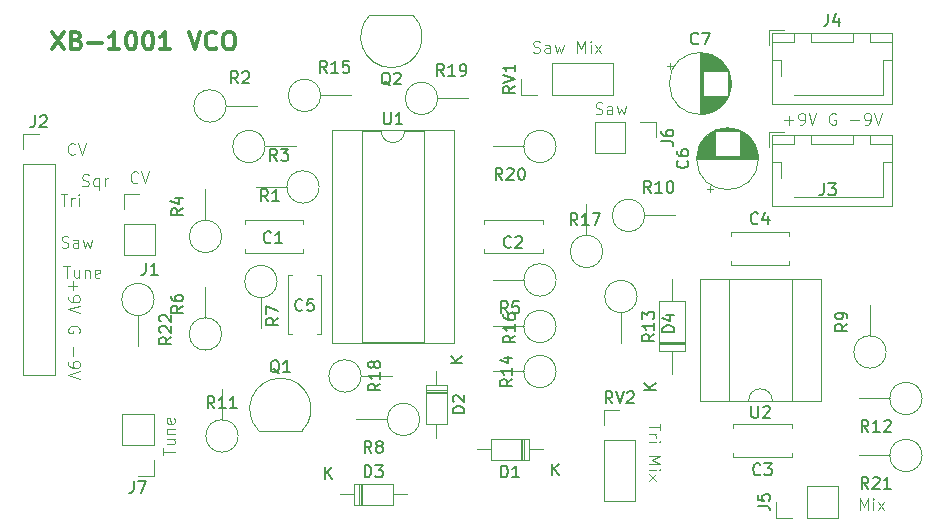
<source format=gbr>
G04 #@! TF.GenerationSoftware,KiCad,Pcbnew,(5.0.1)-rc2*
G04 #@! TF.CreationDate,2018-12-16T20:49:02-05:00*
G04 #@! TF.ProjectId,vco3,76636F332E6B696361645F7063620000,rev?*
G04 #@! TF.SameCoordinates,Original*
G04 #@! TF.FileFunction,Legend,Top*
G04 #@! TF.FilePolarity,Positive*
%FSLAX46Y46*%
G04 Gerber Fmt 4.6, Leading zero omitted, Abs format (unit mm)*
G04 Created by KiCad (PCBNEW (5.0.1)-rc2) date 12/16/2018 8:49:02 PM*
%MOMM*%
%LPD*%
G01*
G04 APERTURE LIST*
%ADD10C,0.100000*%
%ADD11C,0.300000*%
%ADD12C,0.120000*%
%ADD13C,0.150000*%
G04 APERTURE END LIST*
D10*
X159170619Y-56499428D02*
X159170619Y-57070857D01*
X158170619Y-56785142D02*
X159170619Y-56785142D01*
X158170619Y-57404190D02*
X158837285Y-57404190D01*
X158646809Y-57404190D02*
X158742047Y-57451809D01*
X158789666Y-57499428D01*
X158837285Y-57594666D01*
X158837285Y-57689904D01*
X158170619Y-58023238D02*
X158837285Y-58023238D01*
X159170619Y-58023238D02*
X159123000Y-57975619D01*
X159075380Y-58023238D01*
X159123000Y-58070857D01*
X159170619Y-58023238D01*
X159075380Y-58023238D01*
X158170619Y-59261333D02*
X159170619Y-59261333D01*
X158456333Y-59594666D01*
X159170619Y-59928000D01*
X158170619Y-59928000D01*
X158170619Y-60404190D02*
X158837285Y-60404190D01*
X159170619Y-60404190D02*
X159123000Y-60356571D01*
X159075380Y-60404190D01*
X159123000Y-60451809D01*
X159170619Y-60404190D01*
X159075380Y-60404190D01*
X158170619Y-60785142D02*
X158837285Y-61308952D01*
X158837285Y-60785142D02*
X158170619Y-61308952D01*
X148399857Y-25042761D02*
X148542714Y-25090380D01*
X148780809Y-25090380D01*
X148876047Y-25042761D01*
X148923666Y-24995142D01*
X148971285Y-24899904D01*
X148971285Y-24804666D01*
X148923666Y-24709428D01*
X148876047Y-24661809D01*
X148780809Y-24614190D01*
X148590333Y-24566571D01*
X148495095Y-24518952D01*
X148447476Y-24471333D01*
X148399857Y-24376095D01*
X148399857Y-24280857D01*
X148447476Y-24185619D01*
X148495095Y-24138000D01*
X148590333Y-24090380D01*
X148828428Y-24090380D01*
X148971285Y-24138000D01*
X149828428Y-25090380D02*
X149828428Y-24566571D01*
X149780809Y-24471333D01*
X149685571Y-24423714D01*
X149495095Y-24423714D01*
X149399857Y-24471333D01*
X149828428Y-25042761D02*
X149733190Y-25090380D01*
X149495095Y-25090380D01*
X149399857Y-25042761D01*
X149352238Y-24947523D01*
X149352238Y-24852285D01*
X149399857Y-24757047D01*
X149495095Y-24709428D01*
X149733190Y-24709428D01*
X149828428Y-24661809D01*
X150209380Y-24423714D02*
X150399857Y-25090380D01*
X150590333Y-24614190D01*
X150780809Y-25090380D01*
X150971285Y-24423714D01*
X152114142Y-25090380D02*
X152114142Y-24090380D01*
X152447476Y-24804666D01*
X152780809Y-24090380D01*
X152780809Y-25090380D01*
X153257000Y-25090380D02*
X153257000Y-24423714D01*
X153257000Y-24090380D02*
X153209380Y-24138000D01*
X153257000Y-24185619D01*
X153304619Y-24138000D01*
X153257000Y-24090380D01*
X153257000Y-24185619D01*
X153637952Y-25090380D02*
X154161761Y-24423714D01*
X153637952Y-24423714D02*
X154161761Y-25090380D01*
X153678095Y-30249761D02*
X153820952Y-30297380D01*
X154059047Y-30297380D01*
X154154285Y-30249761D01*
X154201904Y-30202142D01*
X154249523Y-30106904D01*
X154249523Y-30011666D01*
X154201904Y-29916428D01*
X154154285Y-29868809D01*
X154059047Y-29821190D01*
X153868571Y-29773571D01*
X153773333Y-29725952D01*
X153725714Y-29678333D01*
X153678095Y-29583095D01*
X153678095Y-29487857D01*
X153725714Y-29392619D01*
X153773333Y-29345000D01*
X153868571Y-29297380D01*
X154106666Y-29297380D01*
X154249523Y-29345000D01*
X155106666Y-30297380D02*
X155106666Y-29773571D01*
X155059047Y-29678333D01*
X154963809Y-29630714D01*
X154773333Y-29630714D01*
X154678095Y-29678333D01*
X155106666Y-30249761D02*
X155011428Y-30297380D01*
X154773333Y-30297380D01*
X154678095Y-30249761D01*
X154630476Y-30154523D01*
X154630476Y-30059285D01*
X154678095Y-29964047D01*
X154773333Y-29916428D01*
X155011428Y-29916428D01*
X155106666Y-29868809D01*
X155487619Y-29630714D02*
X155678095Y-30297380D01*
X155868571Y-29821190D01*
X156059047Y-30297380D01*
X156249523Y-29630714D01*
X176061809Y-63825380D02*
X176061809Y-62825380D01*
X176395142Y-63539666D01*
X176728476Y-62825380D01*
X176728476Y-63825380D01*
X177204666Y-63825380D02*
X177204666Y-63158714D01*
X177204666Y-62825380D02*
X177157047Y-62873000D01*
X177204666Y-62920619D01*
X177252285Y-62873000D01*
X177204666Y-62825380D01*
X177204666Y-62920619D01*
X177585619Y-63825380D02*
X178109428Y-63158714D01*
X177585619Y-63158714D02*
X178109428Y-63825380D01*
X117054380Y-59150047D02*
X117054380Y-58578619D01*
X118054380Y-58864333D02*
X117054380Y-58864333D01*
X117387714Y-57816714D02*
X118054380Y-57816714D01*
X117387714Y-58245285D02*
X117911523Y-58245285D01*
X118006761Y-58197666D01*
X118054380Y-58102428D01*
X118054380Y-57959571D01*
X118006761Y-57864333D01*
X117959142Y-57816714D01*
X117387714Y-57340523D02*
X118054380Y-57340523D01*
X117482952Y-57340523D02*
X117435333Y-57292904D01*
X117387714Y-57197666D01*
X117387714Y-57054809D01*
X117435333Y-56959571D01*
X117530571Y-56911952D01*
X118054380Y-56911952D01*
X118006761Y-56054809D02*
X118054380Y-56150047D01*
X118054380Y-56340523D01*
X118006761Y-56435761D01*
X117911523Y-56483380D01*
X117530571Y-56483380D01*
X117435333Y-56435761D01*
X117387714Y-56340523D01*
X117387714Y-56150047D01*
X117435333Y-56054809D01*
X117530571Y-56007190D01*
X117625809Y-56007190D01*
X117721047Y-56483380D01*
X114942952Y-36044142D02*
X114895333Y-36091761D01*
X114752476Y-36139380D01*
X114657238Y-36139380D01*
X114514380Y-36091761D01*
X114419142Y-35996523D01*
X114371523Y-35901285D01*
X114323904Y-35710809D01*
X114323904Y-35567952D01*
X114371523Y-35377476D01*
X114419142Y-35282238D01*
X114514380Y-35187000D01*
X114657238Y-35139380D01*
X114752476Y-35139380D01*
X114895333Y-35187000D01*
X114942952Y-35234619D01*
X115228666Y-35139380D02*
X115562000Y-36139380D01*
X115895333Y-35139380D01*
X108466095Y-41552761D02*
X108608952Y-41600380D01*
X108847047Y-41600380D01*
X108942285Y-41552761D01*
X108989904Y-41505142D01*
X109037523Y-41409904D01*
X109037523Y-41314666D01*
X108989904Y-41219428D01*
X108942285Y-41171809D01*
X108847047Y-41124190D01*
X108656571Y-41076571D01*
X108561333Y-41028952D01*
X108513714Y-40981333D01*
X108466095Y-40886095D01*
X108466095Y-40790857D01*
X108513714Y-40695619D01*
X108561333Y-40648000D01*
X108656571Y-40600380D01*
X108894666Y-40600380D01*
X109037523Y-40648000D01*
X109894666Y-41600380D02*
X109894666Y-41076571D01*
X109847047Y-40981333D01*
X109751809Y-40933714D01*
X109561333Y-40933714D01*
X109466095Y-40981333D01*
X109894666Y-41552761D02*
X109799428Y-41600380D01*
X109561333Y-41600380D01*
X109466095Y-41552761D01*
X109418476Y-41457523D01*
X109418476Y-41362285D01*
X109466095Y-41267047D01*
X109561333Y-41219428D01*
X109799428Y-41219428D01*
X109894666Y-41171809D01*
X110275619Y-40933714D02*
X110466095Y-41600380D01*
X110656571Y-41124190D01*
X110847047Y-41600380D01*
X111037523Y-40933714D01*
X109608952Y-33631142D02*
X109561333Y-33678761D01*
X109418476Y-33726380D01*
X109323238Y-33726380D01*
X109180380Y-33678761D01*
X109085142Y-33583523D01*
X109037523Y-33488285D01*
X108989904Y-33297809D01*
X108989904Y-33154952D01*
X109037523Y-32964476D01*
X109085142Y-32869238D01*
X109180380Y-32774000D01*
X109323238Y-32726380D01*
X109418476Y-32726380D01*
X109561333Y-32774000D01*
X109608952Y-32821619D01*
X109894666Y-32726380D02*
X110228000Y-33726380D01*
X110561333Y-32726380D01*
X110204380Y-36345761D02*
X110347238Y-36393380D01*
X110585333Y-36393380D01*
X110680571Y-36345761D01*
X110728190Y-36298142D01*
X110775809Y-36202904D01*
X110775809Y-36107666D01*
X110728190Y-36012428D01*
X110680571Y-35964809D01*
X110585333Y-35917190D01*
X110394857Y-35869571D01*
X110299619Y-35821952D01*
X110252000Y-35774333D01*
X110204380Y-35679095D01*
X110204380Y-35583857D01*
X110252000Y-35488619D01*
X110299619Y-35441000D01*
X110394857Y-35393380D01*
X110632952Y-35393380D01*
X110775809Y-35441000D01*
X111632952Y-35726714D02*
X111632952Y-36726714D01*
X111632952Y-36345761D02*
X111537714Y-36393380D01*
X111347238Y-36393380D01*
X111252000Y-36345761D01*
X111204380Y-36298142D01*
X111156761Y-36202904D01*
X111156761Y-35917190D01*
X111204380Y-35821952D01*
X111252000Y-35774333D01*
X111347238Y-35726714D01*
X111537714Y-35726714D01*
X111632952Y-35774333D01*
X112109142Y-36393380D02*
X112109142Y-35726714D01*
X112109142Y-35917190D02*
X112156761Y-35821952D01*
X112204380Y-35774333D01*
X112299619Y-35726714D01*
X112394857Y-35726714D01*
X108386666Y-37044380D02*
X108958095Y-37044380D01*
X108672380Y-38044380D02*
X108672380Y-37044380D01*
X109291428Y-38044380D02*
X109291428Y-37377714D01*
X109291428Y-37568190D02*
X109339047Y-37472952D01*
X109386666Y-37425333D01*
X109481904Y-37377714D01*
X109577142Y-37377714D01*
X109910476Y-38044380D02*
X109910476Y-37377714D01*
X109910476Y-37044380D02*
X109862857Y-37092000D01*
X109910476Y-37139619D01*
X109958095Y-37092000D01*
X109910476Y-37044380D01*
X109910476Y-37139619D01*
X108616952Y-43140380D02*
X109188380Y-43140380D01*
X108902666Y-44140380D02*
X108902666Y-43140380D01*
X109950285Y-43473714D02*
X109950285Y-44140380D01*
X109521714Y-43473714D02*
X109521714Y-43997523D01*
X109569333Y-44092761D01*
X109664571Y-44140380D01*
X109807428Y-44140380D01*
X109902666Y-44092761D01*
X109950285Y-44045142D01*
X110426476Y-43473714D02*
X110426476Y-44140380D01*
X110426476Y-43568952D02*
X110474095Y-43521333D01*
X110569333Y-43473714D01*
X110712190Y-43473714D01*
X110807428Y-43521333D01*
X110855047Y-43616571D01*
X110855047Y-44140380D01*
X111712190Y-44092761D02*
X111616952Y-44140380D01*
X111426476Y-44140380D01*
X111331238Y-44092761D01*
X111283619Y-43997523D01*
X111283619Y-43616571D01*
X111331238Y-43521333D01*
X111426476Y-43473714D01*
X111616952Y-43473714D01*
X111712190Y-43521333D01*
X111759809Y-43616571D01*
X111759809Y-43711809D01*
X111283619Y-43807047D01*
X109402571Y-44442571D02*
X109402571Y-45204476D01*
X109021619Y-44823523D02*
X109783523Y-44823523D01*
X109021619Y-45728285D02*
X109021619Y-45918761D01*
X109069238Y-46014000D01*
X109116857Y-46061619D01*
X109259714Y-46156857D01*
X109450190Y-46204476D01*
X109831142Y-46204476D01*
X109926380Y-46156857D01*
X109974000Y-46109238D01*
X110021619Y-46014000D01*
X110021619Y-45823523D01*
X109974000Y-45728285D01*
X109926380Y-45680666D01*
X109831142Y-45633047D01*
X109593047Y-45633047D01*
X109497809Y-45680666D01*
X109450190Y-45728285D01*
X109402571Y-45823523D01*
X109402571Y-46014000D01*
X109450190Y-46109238D01*
X109497809Y-46156857D01*
X109593047Y-46204476D01*
X110021619Y-46490190D02*
X109021619Y-46823523D01*
X110021619Y-47156857D01*
X109974000Y-48775904D02*
X110021619Y-48680666D01*
X110021619Y-48537809D01*
X109974000Y-48394952D01*
X109878761Y-48299714D01*
X109783523Y-48252095D01*
X109593047Y-48204476D01*
X109450190Y-48204476D01*
X109259714Y-48252095D01*
X109164476Y-48299714D01*
X109069238Y-48394952D01*
X109021619Y-48537809D01*
X109021619Y-48633047D01*
X109069238Y-48775904D01*
X109116857Y-48823523D01*
X109450190Y-48823523D01*
X109450190Y-48633047D01*
X109402571Y-50014000D02*
X109402571Y-50775904D01*
X109021619Y-51299714D02*
X109021619Y-51490190D01*
X109069238Y-51585428D01*
X109116857Y-51633047D01*
X109259714Y-51728285D01*
X109450190Y-51775904D01*
X109831142Y-51775904D01*
X109926380Y-51728285D01*
X109974000Y-51680666D01*
X110021619Y-51585428D01*
X110021619Y-51394952D01*
X109974000Y-51299714D01*
X109926380Y-51252095D01*
X109831142Y-51204476D01*
X109593047Y-51204476D01*
X109497809Y-51252095D01*
X109450190Y-51299714D01*
X109402571Y-51394952D01*
X109402571Y-51585428D01*
X109450190Y-51680666D01*
X109497809Y-51728285D01*
X109593047Y-51775904D01*
X110021619Y-52061619D02*
X109021619Y-52394952D01*
X110021619Y-52728285D01*
X169664571Y-30805428D02*
X170426476Y-30805428D01*
X170045523Y-31186380D02*
X170045523Y-30424476D01*
X170950285Y-31186380D02*
X171140761Y-31186380D01*
X171236000Y-31138761D01*
X171283619Y-31091142D01*
X171378857Y-30948285D01*
X171426476Y-30757809D01*
X171426476Y-30376857D01*
X171378857Y-30281619D01*
X171331238Y-30234000D01*
X171236000Y-30186380D01*
X171045523Y-30186380D01*
X170950285Y-30234000D01*
X170902666Y-30281619D01*
X170855047Y-30376857D01*
X170855047Y-30614952D01*
X170902666Y-30710190D01*
X170950285Y-30757809D01*
X171045523Y-30805428D01*
X171236000Y-30805428D01*
X171331238Y-30757809D01*
X171378857Y-30710190D01*
X171426476Y-30614952D01*
X171712190Y-30186380D02*
X172045523Y-31186380D01*
X172378857Y-30186380D01*
X173997904Y-30234000D02*
X173902666Y-30186380D01*
X173759809Y-30186380D01*
X173616952Y-30234000D01*
X173521714Y-30329238D01*
X173474095Y-30424476D01*
X173426476Y-30614952D01*
X173426476Y-30757809D01*
X173474095Y-30948285D01*
X173521714Y-31043523D01*
X173616952Y-31138761D01*
X173759809Y-31186380D01*
X173855047Y-31186380D01*
X173997904Y-31138761D01*
X174045523Y-31091142D01*
X174045523Y-30757809D01*
X173855047Y-30757809D01*
X175236000Y-30805428D02*
X175997904Y-30805428D01*
X176521714Y-31186380D02*
X176712190Y-31186380D01*
X176807428Y-31138761D01*
X176855047Y-31091142D01*
X176950285Y-30948285D01*
X176997904Y-30757809D01*
X176997904Y-30376857D01*
X176950285Y-30281619D01*
X176902666Y-30234000D01*
X176807428Y-30186380D01*
X176616952Y-30186380D01*
X176521714Y-30234000D01*
X176474095Y-30281619D01*
X176426476Y-30376857D01*
X176426476Y-30614952D01*
X176474095Y-30710190D01*
X176521714Y-30757809D01*
X176616952Y-30805428D01*
X176807428Y-30805428D01*
X176902666Y-30757809D01*
X176950285Y-30710190D01*
X176997904Y-30614952D01*
X177283619Y-30186380D02*
X177616952Y-31186380D01*
X177950285Y-30186380D01*
D11*
X107657285Y-23308571D02*
X108657285Y-24808571D01*
X108657285Y-23308571D02*
X107657285Y-24808571D01*
X109728714Y-24022857D02*
X109943000Y-24094285D01*
X110014428Y-24165714D01*
X110085857Y-24308571D01*
X110085857Y-24522857D01*
X110014428Y-24665714D01*
X109943000Y-24737142D01*
X109800142Y-24808571D01*
X109228714Y-24808571D01*
X109228714Y-23308571D01*
X109728714Y-23308571D01*
X109871571Y-23380000D01*
X109943000Y-23451428D01*
X110014428Y-23594285D01*
X110014428Y-23737142D01*
X109943000Y-23880000D01*
X109871571Y-23951428D01*
X109728714Y-24022857D01*
X109228714Y-24022857D01*
X110728714Y-24237142D02*
X111871571Y-24237142D01*
X113371571Y-24808571D02*
X112514428Y-24808571D01*
X112943000Y-24808571D02*
X112943000Y-23308571D01*
X112800142Y-23522857D01*
X112657285Y-23665714D01*
X112514428Y-23737142D01*
X114300142Y-23308571D02*
X114443000Y-23308571D01*
X114585857Y-23380000D01*
X114657285Y-23451428D01*
X114728714Y-23594285D01*
X114800142Y-23880000D01*
X114800142Y-24237142D01*
X114728714Y-24522857D01*
X114657285Y-24665714D01*
X114585857Y-24737142D01*
X114443000Y-24808571D01*
X114300142Y-24808571D01*
X114157285Y-24737142D01*
X114085857Y-24665714D01*
X114014428Y-24522857D01*
X113943000Y-24237142D01*
X113943000Y-23880000D01*
X114014428Y-23594285D01*
X114085857Y-23451428D01*
X114157285Y-23380000D01*
X114300142Y-23308571D01*
X115728714Y-23308571D02*
X115871571Y-23308571D01*
X116014428Y-23380000D01*
X116085857Y-23451428D01*
X116157285Y-23594285D01*
X116228714Y-23880000D01*
X116228714Y-24237142D01*
X116157285Y-24522857D01*
X116085857Y-24665714D01*
X116014428Y-24737142D01*
X115871571Y-24808571D01*
X115728714Y-24808571D01*
X115585857Y-24737142D01*
X115514428Y-24665714D01*
X115443000Y-24522857D01*
X115371571Y-24237142D01*
X115371571Y-23880000D01*
X115443000Y-23594285D01*
X115514428Y-23451428D01*
X115585857Y-23380000D01*
X115728714Y-23308571D01*
X117657285Y-24808571D02*
X116800142Y-24808571D01*
X117228714Y-24808571D02*
X117228714Y-23308571D01*
X117085857Y-23522857D01*
X116943000Y-23665714D01*
X116800142Y-23737142D01*
X119228714Y-23308571D02*
X119728714Y-24808571D01*
X120228714Y-23308571D01*
X121585857Y-24665714D02*
X121514428Y-24737142D01*
X121300142Y-24808571D01*
X121157285Y-24808571D01*
X120943000Y-24737142D01*
X120800142Y-24594285D01*
X120728714Y-24451428D01*
X120657285Y-24165714D01*
X120657285Y-23951428D01*
X120728714Y-23665714D01*
X120800142Y-23522857D01*
X120943000Y-23380000D01*
X121157285Y-23308571D01*
X121300142Y-23308571D01*
X121514428Y-23380000D01*
X121585857Y-23451428D01*
X122514428Y-23308571D02*
X122800142Y-23308571D01*
X122943000Y-23380000D01*
X123085857Y-23522857D01*
X123157285Y-23808571D01*
X123157285Y-24308571D01*
X123085857Y-24594285D01*
X122943000Y-24737142D01*
X122800142Y-24808571D01*
X122514428Y-24808571D01*
X122371571Y-24737142D01*
X122228714Y-24594285D01*
X122157285Y-24308571D01*
X122157285Y-23808571D01*
X122228714Y-23522857D01*
X122371571Y-23380000D01*
X122514428Y-23308571D01*
D12*
G04 #@! TO.C,C6*
X163121000Y-36610775D02*
X163621000Y-36610775D01*
X163371000Y-36860775D02*
X163371000Y-36360775D01*
X164562000Y-31455000D02*
X165130000Y-31455000D01*
X164328000Y-31495000D02*
X165364000Y-31495000D01*
X164169000Y-31535000D02*
X165523000Y-31535000D01*
X164041000Y-31575000D02*
X165651000Y-31575000D01*
X163931000Y-31615000D02*
X165761000Y-31615000D01*
X163835000Y-31655000D02*
X165857000Y-31655000D01*
X163748000Y-31695000D02*
X165944000Y-31695000D01*
X163668000Y-31735000D02*
X166024000Y-31735000D01*
X165886000Y-31775000D02*
X166097000Y-31775000D01*
X163595000Y-31775000D02*
X163806000Y-31775000D01*
X165886000Y-31815000D02*
X166165000Y-31815000D01*
X163527000Y-31815000D02*
X163806000Y-31815000D01*
X165886000Y-31855000D02*
X166229000Y-31855000D01*
X163463000Y-31855000D02*
X163806000Y-31855000D01*
X165886000Y-31895000D02*
X166289000Y-31895000D01*
X163403000Y-31895000D02*
X163806000Y-31895000D01*
X165886000Y-31935000D02*
X166346000Y-31935000D01*
X163346000Y-31935000D02*
X163806000Y-31935000D01*
X165886000Y-31975000D02*
X166400000Y-31975000D01*
X163292000Y-31975000D02*
X163806000Y-31975000D01*
X165886000Y-32015000D02*
X166451000Y-32015000D01*
X163241000Y-32015000D02*
X163806000Y-32015000D01*
X165886000Y-32055000D02*
X166499000Y-32055000D01*
X163193000Y-32055000D02*
X163806000Y-32055000D01*
X165886000Y-32095000D02*
X166545000Y-32095000D01*
X163147000Y-32095000D02*
X163806000Y-32095000D01*
X165886000Y-32135000D02*
X166589000Y-32135000D01*
X163103000Y-32135000D02*
X163806000Y-32135000D01*
X165886000Y-32175000D02*
X166631000Y-32175000D01*
X163061000Y-32175000D02*
X163806000Y-32175000D01*
X165886000Y-32215000D02*
X166672000Y-32215000D01*
X163020000Y-32215000D02*
X163806000Y-32215000D01*
X165886000Y-32255000D02*
X166710000Y-32255000D01*
X162982000Y-32255000D02*
X163806000Y-32255000D01*
X165886000Y-32295000D02*
X166747000Y-32295000D01*
X162945000Y-32295000D02*
X163806000Y-32295000D01*
X165886000Y-32335000D02*
X166783000Y-32335000D01*
X162909000Y-32335000D02*
X163806000Y-32335000D01*
X165886000Y-32375000D02*
X166817000Y-32375000D01*
X162875000Y-32375000D02*
X163806000Y-32375000D01*
X165886000Y-32415000D02*
X166850000Y-32415000D01*
X162842000Y-32415000D02*
X163806000Y-32415000D01*
X165886000Y-32455000D02*
X166881000Y-32455000D01*
X162811000Y-32455000D02*
X163806000Y-32455000D01*
X165886000Y-32495000D02*
X166911000Y-32495000D01*
X162781000Y-32495000D02*
X163806000Y-32495000D01*
X165886000Y-32535000D02*
X166941000Y-32535000D01*
X162751000Y-32535000D02*
X163806000Y-32535000D01*
X165886000Y-32575000D02*
X166968000Y-32575000D01*
X162724000Y-32575000D02*
X163806000Y-32575000D01*
X165886000Y-32615000D02*
X166995000Y-32615000D01*
X162697000Y-32615000D02*
X163806000Y-32615000D01*
X165886000Y-32655000D02*
X167021000Y-32655000D01*
X162671000Y-32655000D02*
X163806000Y-32655000D01*
X165886000Y-32695000D02*
X167046000Y-32695000D01*
X162646000Y-32695000D02*
X163806000Y-32695000D01*
X165886000Y-32735000D02*
X167070000Y-32735000D01*
X162622000Y-32735000D02*
X163806000Y-32735000D01*
X165886000Y-32775000D02*
X167093000Y-32775000D01*
X162599000Y-32775000D02*
X163806000Y-32775000D01*
X165886000Y-32815000D02*
X167114000Y-32815000D01*
X162578000Y-32815000D02*
X163806000Y-32815000D01*
X165886000Y-32855000D02*
X167136000Y-32855000D01*
X162556000Y-32855000D02*
X163806000Y-32855000D01*
X165886000Y-32895000D02*
X167156000Y-32895000D01*
X162536000Y-32895000D02*
X163806000Y-32895000D01*
X165886000Y-32935000D02*
X167175000Y-32935000D01*
X162517000Y-32935000D02*
X163806000Y-32935000D01*
X165886000Y-32975000D02*
X167194000Y-32975000D01*
X162498000Y-32975000D02*
X163806000Y-32975000D01*
X165886000Y-33015000D02*
X167211000Y-33015000D01*
X162481000Y-33015000D02*
X163806000Y-33015000D01*
X165886000Y-33055000D02*
X167228000Y-33055000D01*
X162464000Y-33055000D02*
X163806000Y-33055000D01*
X165886000Y-33095000D02*
X167244000Y-33095000D01*
X162448000Y-33095000D02*
X163806000Y-33095000D01*
X165886000Y-33135000D02*
X167260000Y-33135000D01*
X162432000Y-33135000D02*
X163806000Y-33135000D01*
X165886000Y-33175000D02*
X167274000Y-33175000D01*
X162418000Y-33175000D02*
X163806000Y-33175000D01*
X165886000Y-33215000D02*
X167288000Y-33215000D01*
X162404000Y-33215000D02*
X163806000Y-33215000D01*
X165886000Y-33255000D02*
X167301000Y-33255000D01*
X162391000Y-33255000D02*
X163806000Y-33255000D01*
X165886000Y-33295000D02*
X167314000Y-33295000D01*
X162378000Y-33295000D02*
X163806000Y-33295000D01*
X165886000Y-33335000D02*
X167326000Y-33335000D01*
X162366000Y-33335000D02*
X163806000Y-33335000D01*
X165886000Y-33376000D02*
X167337000Y-33376000D01*
X162355000Y-33376000D02*
X163806000Y-33376000D01*
X165886000Y-33416000D02*
X167347000Y-33416000D01*
X162345000Y-33416000D02*
X163806000Y-33416000D01*
X165886000Y-33456000D02*
X167357000Y-33456000D01*
X162335000Y-33456000D02*
X163806000Y-33456000D01*
X165886000Y-33496000D02*
X167366000Y-33496000D01*
X162326000Y-33496000D02*
X163806000Y-33496000D01*
X165886000Y-33536000D02*
X167374000Y-33536000D01*
X162318000Y-33536000D02*
X163806000Y-33536000D01*
X165886000Y-33576000D02*
X167382000Y-33576000D01*
X162310000Y-33576000D02*
X163806000Y-33576000D01*
X165886000Y-33616000D02*
X167389000Y-33616000D01*
X162303000Y-33616000D02*
X163806000Y-33616000D01*
X165886000Y-33656000D02*
X167396000Y-33656000D01*
X162296000Y-33656000D02*
X163806000Y-33656000D01*
X165886000Y-33696000D02*
X167402000Y-33696000D01*
X162290000Y-33696000D02*
X163806000Y-33696000D01*
X165886000Y-33736000D02*
X167407000Y-33736000D01*
X162285000Y-33736000D02*
X163806000Y-33736000D01*
X165886000Y-33776000D02*
X167411000Y-33776000D01*
X162281000Y-33776000D02*
X163806000Y-33776000D01*
X165886000Y-33816000D02*
X167415000Y-33816000D01*
X162277000Y-33816000D02*
X163806000Y-33816000D01*
X162273000Y-33856000D02*
X167419000Y-33856000D01*
X162270000Y-33896000D02*
X167422000Y-33896000D01*
X162268000Y-33936000D02*
X167424000Y-33936000D01*
X162267000Y-33976000D02*
X167425000Y-33976000D01*
X162266000Y-34016000D02*
X167426000Y-34016000D01*
X162266000Y-34056000D02*
X167426000Y-34056000D01*
X167466000Y-34056000D02*
G75*
G03X167466000Y-34056000I-2620000J0D01*
G01*
G04 #@! TO.C,C7*
X165160000Y-27686000D02*
G75*
G03X165160000Y-27686000I-2620000J0D01*
G01*
X162540000Y-25106000D02*
X162540000Y-30266000D01*
X162580000Y-25106000D02*
X162580000Y-30266000D01*
X162620000Y-25107000D02*
X162620000Y-30265000D01*
X162660000Y-25108000D02*
X162660000Y-30264000D01*
X162700000Y-25110000D02*
X162700000Y-30262000D01*
X162740000Y-25113000D02*
X162740000Y-30259000D01*
X162780000Y-25117000D02*
X162780000Y-26646000D01*
X162780000Y-28726000D02*
X162780000Y-30255000D01*
X162820000Y-25121000D02*
X162820000Y-26646000D01*
X162820000Y-28726000D02*
X162820000Y-30251000D01*
X162860000Y-25125000D02*
X162860000Y-26646000D01*
X162860000Y-28726000D02*
X162860000Y-30247000D01*
X162900000Y-25130000D02*
X162900000Y-26646000D01*
X162900000Y-28726000D02*
X162900000Y-30242000D01*
X162940000Y-25136000D02*
X162940000Y-26646000D01*
X162940000Y-28726000D02*
X162940000Y-30236000D01*
X162980000Y-25143000D02*
X162980000Y-26646000D01*
X162980000Y-28726000D02*
X162980000Y-30229000D01*
X163020000Y-25150000D02*
X163020000Y-26646000D01*
X163020000Y-28726000D02*
X163020000Y-30222000D01*
X163060000Y-25158000D02*
X163060000Y-26646000D01*
X163060000Y-28726000D02*
X163060000Y-30214000D01*
X163100000Y-25166000D02*
X163100000Y-26646000D01*
X163100000Y-28726000D02*
X163100000Y-30206000D01*
X163140000Y-25175000D02*
X163140000Y-26646000D01*
X163140000Y-28726000D02*
X163140000Y-30197000D01*
X163180000Y-25185000D02*
X163180000Y-26646000D01*
X163180000Y-28726000D02*
X163180000Y-30187000D01*
X163220000Y-25195000D02*
X163220000Y-26646000D01*
X163220000Y-28726000D02*
X163220000Y-30177000D01*
X163261000Y-25206000D02*
X163261000Y-26646000D01*
X163261000Y-28726000D02*
X163261000Y-30166000D01*
X163301000Y-25218000D02*
X163301000Y-26646000D01*
X163301000Y-28726000D02*
X163301000Y-30154000D01*
X163341000Y-25231000D02*
X163341000Y-26646000D01*
X163341000Y-28726000D02*
X163341000Y-30141000D01*
X163381000Y-25244000D02*
X163381000Y-26646000D01*
X163381000Y-28726000D02*
X163381000Y-30128000D01*
X163421000Y-25258000D02*
X163421000Y-26646000D01*
X163421000Y-28726000D02*
X163421000Y-30114000D01*
X163461000Y-25272000D02*
X163461000Y-26646000D01*
X163461000Y-28726000D02*
X163461000Y-30100000D01*
X163501000Y-25288000D02*
X163501000Y-26646000D01*
X163501000Y-28726000D02*
X163501000Y-30084000D01*
X163541000Y-25304000D02*
X163541000Y-26646000D01*
X163541000Y-28726000D02*
X163541000Y-30068000D01*
X163581000Y-25321000D02*
X163581000Y-26646000D01*
X163581000Y-28726000D02*
X163581000Y-30051000D01*
X163621000Y-25338000D02*
X163621000Y-26646000D01*
X163621000Y-28726000D02*
X163621000Y-30034000D01*
X163661000Y-25357000D02*
X163661000Y-26646000D01*
X163661000Y-28726000D02*
X163661000Y-30015000D01*
X163701000Y-25376000D02*
X163701000Y-26646000D01*
X163701000Y-28726000D02*
X163701000Y-29996000D01*
X163741000Y-25396000D02*
X163741000Y-26646000D01*
X163741000Y-28726000D02*
X163741000Y-29976000D01*
X163781000Y-25418000D02*
X163781000Y-26646000D01*
X163781000Y-28726000D02*
X163781000Y-29954000D01*
X163821000Y-25439000D02*
X163821000Y-26646000D01*
X163821000Y-28726000D02*
X163821000Y-29933000D01*
X163861000Y-25462000D02*
X163861000Y-26646000D01*
X163861000Y-28726000D02*
X163861000Y-29910000D01*
X163901000Y-25486000D02*
X163901000Y-26646000D01*
X163901000Y-28726000D02*
X163901000Y-29886000D01*
X163941000Y-25511000D02*
X163941000Y-26646000D01*
X163941000Y-28726000D02*
X163941000Y-29861000D01*
X163981000Y-25537000D02*
X163981000Y-26646000D01*
X163981000Y-28726000D02*
X163981000Y-29835000D01*
X164021000Y-25564000D02*
X164021000Y-26646000D01*
X164021000Y-28726000D02*
X164021000Y-29808000D01*
X164061000Y-25591000D02*
X164061000Y-26646000D01*
X164061000Y-28726000D02*
X164061000Y-29781000D01*
X164101000Y-25621000D02*
X164101000Y-26646000D01*
X164101000Y-28726000D02*
X164101000Y-29751000D01*
X164141000Y-25651000D02*
X164141000Y-26646000D01*
X164141000Y-28726000D02*
X164141000Y-29721000D01*
X164181000Y-25682000D02*
X164181000Y-26646000D01*
X164181000Y-28726000D02*
X164181000Y-29690000D01*
X164221000Y-25715000D02*
X164221000Y-26646000D01*
X164221000Y-28726000D02*
X164221000Y-29657000D01*
X164261000Y-25749000D02*
X164261000Y-26646000D01*
X164261000Y-28726000D02*
X164261000Y-29623000D01*
X164301000Y-25785000D02*
X164301000Y-26646000D01*
X164301000Y-28726000D02*
X164301000Y-29587000D01*
X164341000Y-25822000D02*
X164341000Y-26646000D01*
X164341000Y-28726000D02*
X164341000Y-29550000D01*
X164381000Y-25860000D02*
X164381000Y-26646000D01*
X164381000Y-28726000D02*
X164381000Y-29512000D01*
X164421000Y-25901000D02*
X164421000Y-26646000D01*
X164421000Y-28726000D02*
X164421000Y-29471000D01*
X164461000Y-25943000D02*
X164461000Y-26646000D01*
X164461000Y-28726000D02*
X164461000Y-29429000D01*
X164501000Y-25987000D02*
X164501000Y-26646000D01*
X164501000Y-28726000D02*
X164501000Y-29385000D01*
X164541000Y-26033000D02*
X164541000Y-26646000D01*
X164541000Y-28726000D02*
X164541000Y-29339000D01*
X164581000Y-26081000D02*
X164581000Y-26646000D01*
X164581000Y-28726000D02*
X164581000Y-29291000D01*
X164621000Y-26132000D02*
X164621000Y-26646000D01*
X164621000Y-28726000D02*
X164621000Y-29240000D01*
X164661000Y-26186000D02*
X164661000Y-26646000D01*
X164661000Y-28726000D02*
X164661000Y-29186000D01*
X164701000Y-26243000D02*
X164701000Y-26646000D01*
X164701000Y-28726000D02*
X164701000Y-29129000D01*
X164741000Y-26303000D02*
X164741000Y-26646000D01*
X164741000Y-28726000D02*
X164741000Y-29069000D01*
X164781000Y-26367000D02*
X164781000Y-26646000D01*
X164781000Y-28726000D02*
X164781000Y-29005000D01*
X164821000Y-26435000D02*
X164821000Y-26646000D01*
X164821000Y-28726000D02*
X164821000Y-28937000D01*
X164861000Y-26508000D02*
X164861000Y-28864000D01*
X164901000Y-26588000D02*
X164901000Y-28784000D01*
X164941000Y-26675000D02*
X164941000Y-28697000D01*
X164981000Y-26771000D02*
X164981000Y-28601000D01*
X165021000Y-26881000D02*
X165021000Y-28491000D01*
X165061000Y-27009000D02*
X165061000Y-28363000D01*
X165101000Y-27168000D02*
X165101000Y-28204000D01*
X165141000Y-27402000D02*
X165141000Y-27970000D01*
X159735225Y-26211000D02*
X160235225Y-26211000D01*
X159985225Y-25961000D02*
X159985225Y-26461000D01*
G04 #@! TO.C,C1*
X123982000Y-39270000D02*
X128922000Y-39270000D01*
X123982000Y-42010000D02*
X128922000Y-42010000D01*
X123982000Y-39270000D02*
X123982000Y-39585000D01*
X123982000Y-41695000D02*
X123982000Y-42010000D01*
X128922000Y-39270000D02*
X128922000Y-39585000D01*
X128922000Y-41695000D02*
X128922000Y-42010000D01*
G04 #@! TO.C,C2*
X144255000Y-39585000D02*
X144255000Y-39270000D01*
X144255000Y-42010000D02*
X144255000Y-41695000D01*
X149195000Y-39585000D02*
X149195000Y-39270000D01*
X149195000Y-42010000D02*
X149195000Y-41695000D01*
X149195000Y-39270000D02*
X144255000Y-39270000D01*
X149195000Y-42010000D02*
X144255000Y-42010000D01*
G04 #@! TO.C,C3*
X170277000Y-59282000D02*
X165337000Y-59282000D01*
X170277000Y-56542000D02*
X165337000Y-56542000D01*
X170277000Y-59282000D02*
X170277000Y-58967000D01*
X170277000Y-56857000D02*
X170277000Y-56542000D01*
X165337000Y-59282000D02*
X165337000Y-58967000D01*
X165337000Y-56857000D02*
X165337000Y-56542000D01*
G04 #@! TO.C,C4*
X170070000Y-42711000D02*
X170070000Y-43026000D01*
X170070000Y-40286000D02*
X170070000Y-40601000D01*
X165130000Y-42711000D02*
X165130000Y-43026000D01*
X165130000Y-40286000D02*
X165130000Y-40601000D01*
X165130000Y-43026000D02*
X170070000Y-43026000D01*
X165130000Y-40286000D02*
X170070000Y-40286000D01*
G04 #@! TO.C,C5*
X127662000Y-48865000D02*
X127662000Y-43925000D01*
X130402000Y-48865000D02*
X130402000Y-43925000D01*
X127662000Y-48865000D02*
X127977000Y-48865000D01*
X130087000Y-48865000D02*
X130402000Y-48865000D01*
X127662000Y-43925000D02*
X127977000Y-43925000D01*
X130087000Y-43925000D02*
X130402000Y-43925000D01*
G04 #@! TO.C,J4*
X168346000Y-23158000D02*
X168346000Y-24408000D01*
X169596000Y-23158000D02*
X168346000Y-23158000D01*
X177996000Y-28658000D02*
X173696000Y-28658000D01*
X177996000Y-25708000D02*
X177996000Y-28658000D01*
X178746000Y-25708000D02*
X177996000Y-25708000D01*
X173696000Y-28658000D02*
X170456000Y-28658000D01*
X169396000Y-25708000D02*
X169396000Y-27048000D01*
X168646000Y-25708000D02*
X169396000Y-25708000D01*
X178746000Y-23458000D02*
X176946000Y-23458000D01*
X178746000Y-24208000D02*
X178746000Y-23458000D01*
X176946000Y-24208000D02*
X178746000Y-24208000D01*
X176946000Y-23458000D02*
X176946000Y-24208000D01*
X170446000Y-23458000D02*
X168646000Y-23458000D01*
X170446000Y-24208000D02*
X170446000Y-23458000D01*
X168646000Y-24208000D02*
X170446000Y-24208000D01*
X168646000Y-23458000D02*
X168646000Y-24208000D01*
X175446000Y-23458000D02*
X171946000Y-23458000D01*
X175446000Y-24208000D02*
X175446000Y-23458000D01*
X171946000Y-24208000D02*
X175446000Y-24208000D01*
X171946000Y-23458000D02*
X171946000Y-24208000D01*
X178756000Y-23448000D02*
X168636000Y-23448000D01*
X178756000Y-29418000D02*
X178756000Y-23448000D01*
X168636000Y-29418000D02*
X178756000Y-29418000D01*
X168636000Y-23448000D02*
X168636000Y-29418000D01*
G04 #@! TO.C,J3*
X168636000Y-32084000D02*
X168636000Y-38054000D01*
X168636000Y-38054000D02*
X178756000Y-38054000D01*
X178756000Y-38054000D02*
X178756000Y-32084000D01*
X178756000Y-32084000D02*
X168636000Y-32084000D01*
X171946000Y-32094000D02*
X171946000Y-32844000D01*
X171946000Y-32844000D02*
X175446000Y-32844000D01*
X175446000Y-32844000D02*
X175446000Y-32094000D01*
X175446000Y-32094000D02*
X171946000Y-32094000D01*
X168646000Y-32094000D02*
X168646000Y-32844000D01*
X168646000Y-32844000D02*
X170446000Y-32844000D01*
X170446000Y-32844000D02*
X170446000Y-32094000D01*
X170446000Y-32094000D02*
X168646000Y-32094000D01*
X176946000Y-32094000D02*
X176946000Y-32844000D01*
X176946000Y-32844000D02*
X178746000Y-32844000D01*
X178746000Y-32844000D02*
X178746000Y-32094000D01*
X178746000Y-32094000D02*
X176946000Y-32094000D01*
X168646000Y-34344000D02*
X169396000Y-34344000D01*
X169396000Y-34344000D02*
X169396000Y-35684000D01*
X173696000Y-37294000D02*
X170456000Y-37294000D01*
X178746000Y-34344000D02*
X177996000Y-34344000D01*
X177996000Y-34344000D02*
X177996000Y-37294000D01*
X177996000Y-37294000D02*
X173696000Y-37294000D01*
X169596000Y-31794000D02*
X168346000Y-31794000D01*
X168346000Y-31794000D02*
X168346000Y-33044000D01*
G04 #@! TO.C,J1*
X113732000Y-37024000D02*
X115062000Y-37024000D01*
X113732000Y-38354000D02*
X113732000Y-37024000D01*
X113732000Y-39624000D02*
X116392000Y-39624000D01*
X116392000Y-39624000D02*
X116392000Y-42224000D01*
X113732000Y-39624000D02*
X113732000Y-42224000D01*
X113732000Y-42224000D02*
X116392000Y-42224000D01*
G04 #@! TO.C,J5*
X174177000Y-64449000D02*
X174177000Y-61789000D01*
X171577000Y-64449000D02*
X174177000Y-64449000D01*
X171577000Y-61789000D02*
X174177000Y-61789000D01*
X171577000Y-64449000D02*
X171577000Y-61789000D01*
X170307000Y-64449000D02*
X168977000Y-64449000D01*
X168977000Y-64449000D02*
X168977000Y-63119000D01*
G04 #@! TO.C,J6*
X158810000Y-30928000D02*
X158810000Y-32258000D01*
X157480000Y-30928000D02*
X158810000Y-30928000D01*
X156210000Y-30928000D02*
X156210000Y-33588000D01*
X156210000Y-33588000D02*
X153610000Y-33588000D01*
X156210000Y-30928000D02*
X153610000Y-30928000D01*
X153610000Y-30928000D02*
X153610000Y-33588000D01*
G04 #@! TO.C,J7*
X116265000Y-55693000D02*
X113605000Y-55693000D01*
X116265000Y-58293000D02*
X116265000Y-55693000D01*
X113605000Y-58293000D02*
X113605000Y-55693000D01*
X116265000Y-58293000D02*
X113605000Y-58293000D01*
X116265000Y-59563000D02*
X116265000Y-60893000D01*
X116265000Y-60893000D02*
X114935000Y-60893000D01*
G04 #@! TO.C,RV1*
X147387000Y-28635000D02*
X147387000Y-27305000D01*
X148717000Y-28635000D02*
X147387000Y-28635000D01*
X149987000Y-28635000D02*
X149987000Y-25975000D01*
X149987000Y-25975000D02*
X155127000Y-25975000D01*
X149987000Y-28635000D02*
X155127000Y-28635000D01*
X155127000Y-28635000D02*
X155127000Y-25975000D01*
G04 #@! TO.C,RV2*
X154372000Y-63052000D02*
X157032000Y-63052000D01*
X154372000Y-57912000D02*
X154372000Y-63052000D01*
X157032000Y-57912000D02*
X157032000Y-63052000D01*
X154372000Y-57912000D02*
X157032000Y-57912000D01*
X154372000Y-56642000D02*
X154372000Y-55312000D01*
X154372000Y-55312000D02*
X155702000Y-55312000D01*
G04 #@! TO.C,J2*
X105223000Y-52384000D02*
X107883000Y-52384000D01*
X105223000Y-34544000D02*
X105223000Y-52384000D01*
X107883000Y-34544000D02*
X107883000Y-52384000D01*
X105223000Y-34544000D02*
X107883000Y-34544000D01*
X105223000Y-33274000D02*
X105223000Y-31944000D01*
X105223000Y-31944000D02*
X106553000Y-31944000D01*
G04 #@! TO.C,D3*
X133234000Y-61564000D02*
X133234000Y-63404000D01*
X133234000Y-63404000D02*
X136514000Y-63404000D01*
X136514000Y-63404000D02*
X136514000Y-61564000D01*
X136514000Y-61564000D02*
X133234000Y-61564000D01*
X132054000Y-62484000D02*
X133234000Y-62484000D01*
X137694000Y-62484000D02*
X136514000Y-62484000D01*
X133810000Y-61564000D02*
X133810000Y-63404000D01*
X133930000Y-61564000D02*
X133930000Y-63404000D01*
X133690000Y-61564000D02*
X133690000Y-63404000D01*
G04 #@! TO.C,D2*
X141128000Y-53680000D02*
X139288000Y-53680000D01*
X141128000Y-53920000D02*
X139288000Y-53920000D01*
X141128000Y-53800000D02*
X139288000Y-53800000D01*
X140208000Y-57684000D02*
X140208000Y-56504000D01*
X140208000Y-52044000D02*
X140208000Y-53224000D01*
X141128000Y-56504000D02*
X141128000Y-53224000D01*
X139288000Y-56504000D02*
X141128000Y-56504000D01*
X139288000Y-53224000D02*
X139288000Y-56504000D01*
X141128000Y-53224000D02*
X139288000Y-53224000D01*
G04 #@! TO.C,D1*
X148071000Y-59594000D02*
X148071000Y-57754000D01*
X148071000Y-57754000D02*
X144791000Y-57754000D01*
X144791000Y-57754000D02*
X144791000Y-59594000D01*
X144791000Y-59594000D02*
X148071000Y-59594000D01*
X149251000Y-58674000D02*
X148071000Y-58674000D01*
X143611000Y-58674000D02*
X144791000Y-58674000D01*
X147495000Y-59594000D02*
X147495000Y-57754000D01*
X147375000Y-59594000D02*
X147375000Y-57754000D01*
X147615000Y-59594000D02*
X147615000Y-57754000D01*
G04 #@! TO.C,D4*
X159027000Y-50380000D02*
X161267000Y-50380000D01*
X161267000Y-50380000D02*
X161267000Y-46140000D01*
X161267000Y-46140000D02*
X159027000Y-46140000D01*
X159027000Y-46140000D02*
X159027000Y-50380000D01*
X160147000Y-52300000D02*
X160147000Y-50380000D01*
X160147000Y-44220000D02*
X160147000Y-46140000D01*
X159027000Y-49660000D02*
X161267000Y-49660000D01*
X159027000Y-49540000D02*
X161267000Y-49540000D01*
X159027000Y-49780000D02*
X161267000Y-49780000D01*
G04 #@! TO.C,U1*
X137525000Y-31690000D02*
G75*
G02X135525000Y-31690000I-1000000J0D01*
G01*
X135525000Y-31690000D02*
X133875000Y-31690000D01*
X133875000Y-31690000D02*
X133875000Y-49590000D01*
X133875000Y-49590000D02*
X139175000Y-49590000D01*
X139175000Y-49590000D02*
X139175000Y-31690000D01*
X139175000Y-31690000D02*
X137525000Y-31690000D01*
X131385000Y-31630000D02*
X131385000Y-49650000D01*
X131385000Y-49650000D02*
X141665000Y-49650000D01*
X141665000Y-49650000D02*
X141665000Y-31630000D01*
X141665000Y-31630000D02*
X131385000Y-31630000D01*
G04 #@! TO.C,U2*
X166640000Y-54543000D02*
G75*
G02X168640000Y-54543000I1000000J0D01*
G01*
X168640000Y-54543000D02*
X170290000Y-54543000D01*
X170290000Y-54543000D02*
X170290000Y-44263000D01*
X170290000Y-44263000D02*
X164990000Y-44263000D01*
X164990000Y-44263000D02*
X164990000Y-54543000D01*
X164990000Y-54543000D02*
X166640000Y-54543000D01*
X172780000Y-54603000D02*
X172780000Y-44203000D01*
X172780000Y-44203000D02*
X162500000Y-44203000D01*
X162500000Y-44203000D02*
X162500000Y-54603000D01*
X162500000Y-54603000D02*
X172780000Y-54603000D01*
G04 #@! TO.C,Q2*
X134559522Y-21910522D02*
G75*
G03X136398000Y-26349000I1838478J-1838478D01*
G01*
X138236478Y-21910522D02*
G75*
G02X136398000Y-26349000I-1838478J-1838478D01*
G01*
X138198000Y-21899000D02*
X134598000Y-21899000D01*
G04 #@! TO.C,Q1*
X125200000Y-57095000D02*
X128800000Y-57095000D01*
X125161522Y-57083478D02*
G75*
G02X127000000Y-52645000I1838478J1838478D01*
G01*
X128838478Y-57083478D02*
G75*
G03X127000000Y-52645000I-1838478J1838478D01*
G01*
G04 #@! TO.C,R11*
X122047000Y-56161000D02*
X122047000Y-53551000D01*
X123417000Y-57531000D02*
G75*
G03X123417000Y-57531000I-1370000J0D01*
G01*
G04 #@! TO.C,R22*
X116305000Y-45974000D02*
G75*
G03X116305000Y-45974000I-1370000J0D01*
G01*
X114935000Y-47344000D02*
X114935000Y-49954000D01*
G04 #@! TO.C,R21*
X178589000Y-59182000D02*
X175979000Y-59182000D01*
X181329000Y-59182000D02*
G75*
G03X181329000Y-59182000I-1370000J0D01*
G01*
G04 #@! TO.C,R20*
X150341000Y-33020000D02*
G75*
G03X150341000Y-33020000I-1370000J0D01*
G01*
X147601000Y-33020000D02*
X144991000Y-33020000D01*
G04 #@! TO.C,R19*
X140308000Y-28956000D02*
X142918000Y-28956000D01*
X140308000Y-28956000D02*
G75*
G03X140308000Y-28956000I-1370000J0D01*
G01*
G04 #@! TO.C,R18*
X133831000Y-52451000D02*
G75*
G03X133831000Y-52451000I-1370000J0D01*
G01*
X133831000Y-52451000D02*
X136441000Y-52451000D01*
G04 #@! TO.C,R17*
X152908000Y-40540000D02*
X152908000Y-37930000D01*
X154278000Y-41910000D02*
G75*
G03X154278000Y-41910000I-1370000J0D01*
G01*
G04 #@! TO.C,R16*
X150341000Y-48260000D02*
G75*
G03X150341000Y-48260000I-1370000J0D01*
G01*
X147601000Y-48260000D02*
X144991000Y-48260000D01*
G04 #@! TO.C,R15*
X130402000Y-28702000D02*
X133012000Y-28702000D01*
X130402000Y-28702000D02*
G75*
G03X130402000Y-28702000I-1370000J0D01*
G01*
G04 #@! TO.C,R14*
X150341000Y-52070000D02*
G75*
G03X150341000Y-52070000I-1370000J0D01*
G01*
X147601000Y-52070000D02*
X144991000Y-52070000D01*
G04 #@! TO.C,R10*
X157834000Y-38862000D02*
X160444000Y-38862000D01*
X157834000Y-38862000D02*
G75*
G03X157834000Y-38862000I-1370000J0D01*
G01*
G04 #@! TO.C,R9*
X178281000Y-50419000D02*
G75*
G03X178281000Y-50419000I-1370000J0D01*
G01*
X176911000Y-49049000D02*
X176911000Y-46439000D01*
G04 #@! TO.C,R8*
X136044000Y-56134000D02*
X133434000Y-56134000D01*
X138784000Y-56134000D02*
G75*
G03X138784000Y-56134000I-1370000J0D01*
G01*
G04 #@! TO.C,R7*
X126719000Y-44450000D02*
G75*
G03X126719000Y-44450000I-1370000J0D01*
G01*
X125349000Y-45820000D02*
X125349000Y-48430000D01*
G04 #@! TO.C,R6*
X120650000Y-47525000D02*
X120650000Y-44915000D01*
X122020000Y-48895000D02*
G75*
G03X122020000Y-48895000I-1370000J0D01*
G01*
G04 #@! TO.C,R1*
X130275000Y-36449000D02*
G75*
G03X130275000Y-36449000I-1370000J0D01*
G01*
X127535000Y-36449000D02*
X124925000Y-36449000D01*
G04 #@! TO.C,R2*
X122401000Y-29591000D02*
X125011000Y-29591000D01*
X122401000Y-29591000D02*
G75*
G03X122401000Y-29591000I-1370000J0D01*
G01*
G04 #@! TO.C,R3*
X125703000Y-33020000D02*
G75*
G03X125703000Y-33020000I-1370000J0D01*
G01*
X125703000Y-33020000D02*
X128313000Y-33020000D01*
G04 #@! TO.C,R4*
X120650000Y-39270000D02*
X120650000Y-36660000D01*
X122020000Y-40640000D02*
G75*
G03X122020000Y-40640000I-1370000J0D01*
G01*
G04 #@! TO.C,R5*
X150341000Y-44323000D02*
G75*
G03X150341000Y-44323000I-1370000J0D01*
G01*
X147601000Y-44323000D02*
X144991000Y-44323000D01*
G04 #@! TO.C,R12*
X178589000Y-54356000D02*
X175979000Y-54356000D01*
X181329000Y-54356000D02*
G75*
G03X181329000Y-54356000I-1370000J0D01*
G01*
G04 #@! TO.C,R13*
X157199000Y-45720000D02*
G75*
G03X157199000Y-45720000I-1370000J0D01*
G01*
X155829000Y-47090000D02*
X155829000Y-49700000D01*
G04 #@! TO.C,C6*
D13*
X161453142Y-34222666D02*
X161500761Y-34270285D01*
X161548380Y-34413142D01*
X161548380Y-34508380D01*
X161500761Y-34651238D01*
X161405523Y-34746476D01*
X161310285Y-34794095D01*
X161119809Y-34841714D01*
X160976952Y-34841714D01*
X160786476Y-34794095D01*
X160691238Y-34746476D01*
X160596000Y-34651238D01*
X160548380Y-34508380D01*
X160548380Y-34413142D01*
X160596000Y-34270285D01*
X160643619Y-34222666D01*
X160548380Y-33365523D02*
X160548380Y-33556000D01*
X160596000Y-33651238D01*
X160643619Y-33698857D01*
X160786476Y-33794095D01*
X160976952Y-33841714D01*
X161357904Y-33841714D01*
X161453142Y-33794095D01*
X161500761Y-33746476D01*
X161548380Y-33651238D01*
X161548380Y-33460761D01*
X161500761Y-33365523D01*
X161453142Y-33317904D01*
X161357904Y-33270285D01*
X161119809Y-33270285D01*
X161024571Y-33317904D01*
X160976952Y-33365523D01*
X160929333Y-33460761D01*
X160929333Y-33651238D01*
X160976952Y-33746476D01*
X161024571Y-33794095D01*
X161119809Y-33841714D01*
G04 #@! TO.C,C7*
X162373333Y-24293142D02*
X162325714Y-24340761D01*
X162182857Y-24388380D01*
X162087619Y-24388380D01*
X161944761Y-24340761D01*
X161849523Y-24245523D01*
X161801904Y-24150285D01*
X161754285Y-23959809D01*
X161754285Y-23816952D01*
X161801904Y-23626476D01*
X161849523Y-23531238D01*
X161944761Y-23436000D01*
X162087619Y-23388380D01*
X162182857Y-23388380D01*
X162325714Y-23436000D01*
X162373333Y-23483619D01*
X162706666Y-23388380D02*
X163373333Y-23388380D01*
X162944761Y-24388380D01*
G04 #@! TO.C,C1*
X126198333Y-41124142D02*
X126150714Y-41171761D01*
X126007857Y-41219380D01*
X125912619Y-41219380D01*
X125769761Y-41171761D01*
X125674523Y-41076523D01*
X125626904Y-40981285D01*
X125579285Y-40790809D01*
X125579285Y-40647952D01*
X125626904Y-40457476D01*
X125674523Y-40362238D01*
X125769761Y-40267000D01*
X125912619Y-40219380D01*
X126007857Y-40219380D01*
X126150714Y-40267000D01*
X126198333Y-40314619D01*
X127150714Y-41219380D02*
X126579285Y-41219380D01*
X126865000Y-41219380D02*
X126865000Y-40219380D01*
X126769761Y-40362238D01*
X126674523Y-40457476D01*
X126579285Y-40505095D01*
G04 #@! TO.C,C2*
X146518333Y-41505142D02*
X146470714Y-41552761D01*
X146327857Y-41600380D01*
X146232619Y-41600380D01*
X146089761Y-41552761D01*
X145994523Y-41457523D01*
X145946904Y-41362285D01*
X145899285Y-41171809D01*
X145899285Y-41028952D01*
X145946904Y-40838476D01*
X145994523Y-40743238D01*
X146089761Y-40648000D01*
X146232619Y-40600380D01*
X146327857Y-40600380D01*
X146470714Y-40648000D01*
X146518333Y-40695619D01*
X146899285Y-40695619D02*
X146946904Y-40648000D01*
X147042142Y-40600380D01*
X147280238Y-40600380D01*
X147375476Y-40648000D01*
X147423095Y-40695619D01*
X147470714Y-40790857D01*
X147470714Y-40886095D01*
X147423095Y-41028952D01*
X146851666Y-41600380D01*
X147470714Y-41600380D01*
G04 #@! TO.C,C3*
X167640333Y-60769142D02*
X167592714Y-60816761D01*
X167449857Y-60864380D01*
X167354619Y-60864380D01*
X167211761Y-60816761D01*
X167116523Y-60721523D01*
X167068904Y-60626285D01*
X167021285Y-60435809D01*
X167021285Y-60292952D01*
X167068904Y-60102476D01*
X167116523Y-60007238D01*
X167211761Y-59912000D01*
X167354619Y-59864380D01*
X167449857Y-59864380D01*
X167592714Y-59912000D01*
X167640333Y-59959619D01*
X167973666Y-59864380D02*
X168592714Y-59864380D01*
X168259380Y-60245333D01*
X168402238Y-60245333D01*
X168497476Y-60292952D01*
X168545095Y-60340571D01*
X168592714Y-60435809D01*
X168592714Y-60673904D01*
X168545095Y-60769142D01*
X168497476Y-60816761D01*
X168402238Y-60864380D01*
X168116523Y-60864380D01*
X168021285Y-60816761D01*
X167973666Y-60769142D01*
G04 #@! TO.C,C4*
X167433333Y-39513142D02*
X167385714Y-39560761D01*
X167242857Y-39608380D01*
X167147619Y-39608380D01*
X167004761Y-39560761D01*
X166909523Y-39465523D01*
X166861904Y-39370285D01*
X166814285Y-39179809D01*
X166814285Y-39036952D01*
X166861904Y-38846476D01*
X166909523Y-38751238D01*
X167004761Y-38656000D01*
X167147619Y-38608380D01*
X167242857Y-38608380D01*
X167385714Y-38656000D01*
X167433333Y-38703619D01*
X168290476Y-38941714D02*
X168290476Y-39608380D01*
X168052380Y-38560761D02*
X167814285Y-39275047D01*
X168433333Y-39275047D01*
G04 #@! TO.C,C5*
X128865333Y-46839142D02*
X128817714Y-46886761D01*
X128674857Y-46934380D01*
X128579619Y-46934380D01*
X128436761Y-46886761D01*
X128341523Y-46791523D01*
X128293904Y-46696285D01*
X128246285Y-46505809D01*
X128246285Y-46362952D01*
X128293904Y-46172476D01*
X128341523Y-46077238D01*
X128436761Y-45982000D01*
X128579619Y-45934380D01*
X128674857Y-45934380D01*
X128817714Y-45982000D01*
X128865333Y-46029619D01*
X129770095Y-45934380D02*
X129293904Y-45934380D01*
X129246285Y-46410571D01*
X129293904Y-46362952D01*
X129389142Y-46315333D01*
X129627238Y-46315333D01*
X129722476Y-46362952D01*
X129770095Y-46410571D01*
X129817714Y-46505809D01*
X129817714Y-46743904D01*
X129770095Y-46839142D01*
X129722476Y-46886761D01*
X129627238Y-46934380D01*
X129389142Y-46934380D01*
X129293904Y-46886761D01*
X129246285Y-46839142D01*
G04 #@! TO.C,J4*
X173362666Y-21810380D02*
X173362666Y-22524666D01*
X173315047Y-22667523D01*
X173219809Y-22762761D01*
X173076952Y-22810380D01*
X172981714Y-22810380D01*
X174267428Y-22143714D02*
X174267428Y-22810380D01*
X174029333Y-21762761D02*
X173791238Y-22477047D01*
X174410285Y-22477047D01*
G04 #@! TO.C,J3*
X173021666Y-36155380D02*
X173021666Y-36869666D01*
X172974047Y-37012523D01*
X172878809Y-37107761D01*
X172735952Y-37155380D01*
X172640714Y-37155380D01*
X173402619Y-36155380D02*
X174021666Y-36155380D01*
X173688333Y-36536333D01*
X173831190Y-36536333D01*
X173926428Y-36583952D01*
X173974047Y-36631571D01*
X174021666Y-36726809D01*
X174021666Y-36964904D01*
X173974047Y-37060142D01*
X173926428Y-37107761D01*
X173831190Y-37155380D01*
X173545476Y-37155380D01*
X173450238Y-37107761D01*
X173402619Y-37060142D01*
G04 #@! TO.C,J1*
X115617666Y-42886380D02*
X115617666Y-43600666D01*
X115570047Y-43743523D01*
X115474809Y-43838761D01*
X115331952Y-43886380D01*
X115236714Y-43886380D01*
X116617666Y-43886380D02*
X116046238Y-43886380D01*
X116331952Y-43886380D02*
X116331952Y-42886380D01*
X116236714Y-43029238D01*
X116141476Y-43124476D01*
X116046238Y-43172095D01*
G04 #@! TO.C,J5*
X167429380Y-63452333D02*
X168143666Y-63452333D01*
X168286523Y-63499952D01*
X168381761Y-63595190D01*
X168429380Y-63738047D01*
X168429380Y-63833285D01*
X167429380Y-62499952D02*
X167429380Y-62976142D01*
X167905571Y-63023761D01*
X167857952Y-62976142D01*
X167810333Y-62880904D01*
X167810333Y-62642809D01*
X167857952Y-62547571D01*
X167905571Y-62499952D01*
X168000809Y-62452333D01*
X168238904Y-62452333D01*
X168334142Y-62499952D01*
X168381761Y-62547571D01*
X168429380Y-62642809D01*
X168429380Y-62880904D01*
X168381761Y-62976142D01*
X168334142Y-63023761D01*
G04 #@! TO.C,J6*
X159262380Y-32591333D02*
X159976666Y-32591333D01*
X160119523Y-32638952D01*
X160214761Y-32734190D01*
X160262380Y-32877047D01*
X160262380Y-32972285D01*
X159262380Y-31686571D02*
X159262380Y-31877047D01*
X159310000Y-31972285D01*
X159357619Y-32019904D01*
X159500476Y-32115142D01*
X159690952Y-32162761D01*
X160071904Y-32162761D01*
X160167142Y-32115142D01*
X160214761Y-32067523D01*
X160262380Y-31972285D01*
X160262380Y-31781809D01*
X160214761Y-31686571D01*
X160167142Y-31638952D01*
X160071904Y-31591333D01*
X159833809Y-31591333D01*
X159738571Y-31638952D01*
X159690952Y-31686571D01*
X159643333Y-31781809D01*
X159643333Y-31972285D01*
X159690952Y-32067523D01*
X159738571Y-32115142D01*
X159833809Y-32162761D01*
G04 #@! TO.C,J7*
X114601666Y-61345380D02*
X114601666Y-62059666D01*
X114554047Y-62202523D01*
X114458809Y-62297761D01*
X114315952Y-62345380D01*
X114220714Y-62345380D01*
X114982619Y-61345380D02*
X115649285Y-61345380D01*
X115220714Y-62345380D01*
G04 #@! TO.C,RV1*
X146839380Y-27900238D02*
X146363190Y-28233571D01*
X146839380Y-28471666D02*
X145839380Y-28471666D01*
X145839380Y-28090714D01*
X145887000Y-27995476D01*
X145934619Y-27947857D01*
X146029857Y-27900238D01*
X146172714Y-27900238D01*
X146267952Y-27947857D01*
X146315571Y-27995476D01*
X146363190Y-28090714D01*
X146363190Y-28471666D01*
X145839380Y-27614523D02*
X146839380Y-27281190D01*
X145839380Y-26947857D01*
X146839380Y-26090714D02*
X146839380Y-26662142D01*
X146839380Y-26376428D02*
X145839380Y-26376428D01*
X145982238Y-26471666D01*
X146077476Y-26566904D01*
X146125095Y-26662142D01*
G04 #@! TO.C,RV2*
X155106761Y-54764380D02*
X154773428Y-54288190D01*
X154535333Y-54764380D02*
X154535333Y-53764380D01*
X154916285Y-53764380D01*
X155011523Y-53812000D01*
X155059142Y-53859619D01*
X155106761Y-53954857D01*
X155106761Y-54097714D01*
X155059142Y-54192952D01*
X155011523Y-54240571D01*
X154916285Y-54288190D01*
X154535333Y-54288190D01*
X155392476Y-53764380D02*
X155725809Y-54764380D01*
X156059142Y-53764380D01*
X156344857Y-53859619D02*
X156392476Y-53812000D01*
X156487714Y-53764380D01*
X156725809Y-53764380D01*
X156821047Y-53812000D01*
X156868666Y-53859619D01*
X156916285Y-53954857D01*
X156916285Y-54050095D01*
X156868666Y-54192952D01*
X156297238Y-54764380D01*
X156916285Y-54764380D01*
G04 #@! TO.C,J2*
X106219666Y-30396380D02*
X106219666Y-31110666D01*
X106172047Y-31253523D01*
X106076809Y-31348761D01*
X105933952Y-31396380D01*
X105838714Y-31396380D01*
X106648238Y-30491619D02*
X106695857Y-30444000D01*
X106791095Y-30396380D01*
X107029190Y-30396380D01*
X107124428Y-30444000D01*
X107172047Y-30491619D01*
X107219666Y-30586857D01*
X107219666Y-30682095D01*
X107172047Y-30824952D01*
X106600619Y-31396380D01*
X107219666Y-31396380D01*
G04 #@! TO.C,D3*
X134135904Y-61016380D02*
X134135904Y-60016380D01*
X134374000Y-60016380D01*
X134516857Y-60064000D01*
X134612095Y-60159238D01*
X134659714Y-60254476D01*
X134707333Y-60444952D01*
X134707333Y-60587809D01*
X134659714Y-60778285D01*
X134612095Y-60873523D01*
X134516857Y-60968761D01*
X134374000Y-61016380D01*
X134135904Y-61016380D01*
X135040666Y-60016380D02*
X135659714Y-60016380D01*
X135326380Y-60397333D01*
X135469238Y-60397333D01*
X135564476Y-60444952D01*
X135612095Y-60492571D01*
X135659714Y-60587809D01*
X135659714Y-60825904D01*
X135612095Y-60921142D01*
X135564476Y-60968761D01*
X135469238Y-61016380D01*
X135183523Y-61016380D01*
X135088285Y-60968761D01*
X135040666Y-60921142D01*
X130802095Y-61186380D02*
X130802095Y-60186380D01*
X131373523Y-61186380D02*
X130944952Y-60614952D01*
X131373523Y-60186380D02*
X130802095Y-60757809D01*
G04 #@! TO.C,D2*
X142580380Y-55602095D02*
X141580380Y-55602095D01*
X141580380Y-55364000D01*
X141628000Y-55221142D01*
X141723238Y-55125904D01*
X141818476Y-55078285D01*
X142008952Y-55030666D01*
X142151809Y-55030666D01*
X142342285Y-55078285D01*
X142437523Y-55125904D01*
X142532761Y-55221142D01*
X142580380Y-55364000D01*
X142580380Y-55602095D01*
X141675619Y-54649714D02*
X141628000Y-54602095D01*
X141580380Y-54506857D01*
X141580380Y-54268761D01*
X141628000Y-54173523D01*
X141675619Y-54125904D01*
X141770857Y-54078285D01*
X141866095Y-54078285D01*
X142008952Y-54125904D01*
X142580380Y-54697333D01*
X142580380Y-54078285D01*
X142410380Y-51315904D02*
X141410380Y-51315904D01*
X142410380Y-50744476D02*
X141838952Y-51173047D01*
X141410380Y-50744476D02*
X141981809Y-51315904D01*
G04 #@! TO.C,D1*
X145692904Y-61046380D02*
X145692904Y-60046380D01*
X145931000Y-60046380D01*
X146073857Y-60094000D01*
X146169095Y-60189238D01*
X146216714Y-60284476D01*
X146264333Y-60474952D01*
X146264333Y-60617809D01*
X146216714Y-60808285D01*
X146169095Y-60903523D01*
X146073857Y-60998761D01*
X145931000Y-61046380D01*
X145692904Y-61046380D01*
X147216714Y-61046380D02*
X146645285Y-61046380D01*
X146931000Y-61046380D02*
X146931000Y-60046380D01*
X146835761Y-60189238D01*
X146740523Y-60284476D01*
X146645285Y-60332095D01*
X149979095Y-60876380D02*
X149979095Y-59876380D01*
X150550523Y-60876380D02*
X150121952Y-60304952D01*
X150550523Y-59876380D02*
X149979095Y-60447809D01*
G04 #@! TO.C,D4*
X160345380Y-48744095D02*
X159345380Y-48744095D01*
X159345380Y-48506000D01*
X159393000Y-48363142D01*
X159488238Y-48267904D01*
X159583476Y-48220285D01*
X159773952Y-48172666D01*
X159916809Y-48172666D01*
X160107285Y-48220285D01*
X160202523Y-48267904D01*
X160297761Y-48363142D01*
X160345380Y-48506000D01*
X160345380Y-48744095D01*
X159678714Y-47315523D02*
X160345380Y-47315523D01*
X159297761Y-47553619D02*
X160012047Y-47791714D01*
X160012047Y-47172666D01*
X158799380Y-53601904D02*
X157799380Y-53601904D01*
X158799380Y-53030476D02*
X158227952Y-53459047D01*
X157799380Y-53030476D02*
X158370809Y-53601904D01*
G04 #@! TO.C,U1*
X135763095Y-30142380D02*
X135763095Y-30951904D01*
X135810714Y-31047142D01*
X135858333Y-31094761D01*
X135953571Y-31142380D01*
X136144047Y-31142380D01*
X136239285Y-31094761D01*
X136286904Y-31047142D01*
X136334523Y-30951904D01*
X136334523Y-30142380D01*
X137334523Y-31142380D02*
X136763095Y-31142380D01*
X137048809Y-31142380D02*
X137048809Y-30142380D01*
X136953571Y-30285238D01*
X136858333Y-30380476D01*
X136763095Y-30428095D01*
G04 #@! TO.C,U2*
X166878095Y-54995380D02*
X166878095Y-55804904D01*
X166925714Y-55900142D01*
X166973333Y-55947761D01*
X167068571Y-55995380D01*
X167259047Y-55995380D01*
X167354285Y-55947761D01*
X167401904Y-55900142D01*
X167449523Y-55804904D01*
X167449523Y-54995380D01*
X167878095Y-55090619D02*
X167925714Y-55043000D01*
X168020952Y-54995380D01*
X168259047Y-54995380D01*
X168354285Y-55043000D01*
X168401904Y-55090619D01*
X168449523Y-55185857D01*
X168449523Y-55281095D01*
X168401904Y-55423952D01*
X167830476Y-55995380D01*
X168449523Y-55995380D01*
G04 #@! TO.C,Q2*
X136302761Y-27856619D02*
X136207523Y-27809000D01*
X136112285Y-27713761D01*
X135969428Y-27570904D01*
X135874190Y-27523285D01*
X135778952Y-27523285D01*
X135826571Y-27761380D02*
X135731333Y-27713761D01*
X135636095Y-27618523D01*
X135588476Y-27428047D01*
X135588476Y-27094714D01*
X135636095Y-26904238D01*
X135731333Y-26809000D01*
X135826571Y-26761380D01*
X136017047Y-26761380D01*
X136112285Y-26809000D01*
X136207523Y-26904238D01*
X136255142Y-27094714D01*
X136255142Y-27428047D01*
X136207523Y-27618523D01*
X136112285Y-27713761D01*
X136017047Y-27761380D01*
X135826571Y-27761380D01*
X136636095Y-26856619D02*
X136683714Y-26809000D01*
X136778952Y-26761380D01*
X137017047Y-26761380D01*
X137112285Y-26809000D01*
X137159904Y-26856619D01*
X137207523Y-26951857D01*
X137207523Y-27047095D01*
X137159904Y-27189952D01*
X136588476Y-27761380D01*
X137207523Y-27761380D01*
G04 #@! TO.C,Q1*
X126904761Y-52232619D02*
X126809523Y-52185000D01*
X126714285Y-52089761D01*
X126571428Y-51946904D01*
X126476190Y-51899285D01*
X126380952Y-51899285D01*
X126428571Y-52137380D02*
X126333333Y-52089761D01*
X126238095Y-51994523D01*
X126190476Y-51804047D01*
X126190476Y-51470714D01*
X126238095Y-51280238D01*
X126333333Y-51185000D01*
X126428571Y-51137380D01*
X126619047Y-51137380D01*
X126714285Y-51185000D01*
X126809523Y-51280238D01*
X126857142Y-51470714D01*
X126857142Y-51804047D01*
X126809523Y-51994523D01*
X126714285Y-52089761D01*
X126619047Y-52137380D01*
X126428571Y-52137380D01*
X127809523Y-52137380D02*
X127238095Y-52137380D01*
X127523809Y-52137380D02*
X127523809Y-51137380D01*
X127428571Y-51280238D01*
X127333333Y-51375476D01*
X127238095Y-51423095D01*
G04 #@! TO.C,R11*
X121404142Y-55189380D02*
X121070809Y-54713190D01*
X120832714Y-55189380D02*
X120832714Y-54189380D01*
X121213666Y-54189380D01*
X121308904Y-54237000D01*
X121356523Y-54284619D01*
X121404142Y-54379857D01*
X121404142Y-54522714D01*
X121356523Y-54617952D01*
X121308904Y-54665571D01*
X121213666Y-54713190D01*
X120832714Y-54713190D01*
X122356523Y-55189380D02*
X121785095Y-55189380D01*
X122070809Y-55189380D02*
X122070809Y-54189380D01*
X121975571Y-54332238D01*
X121880333Y-54427476D01*
X121785095Y-54475095D01*
X123308904Y-55189380D02*
X122737476Y-55189380D01*
X123023190Y-55189380D02*
X123023190Y-54189380D01*
X122927952Y-54332238D01*
X122832714Y-54427476D01*
X122737476Y-54475095D01*
G04 #@! TO.C,R22*
X117757380Y-49156857D02*
X117281190Y-49490190D01*
X117757380Y-49728285D02*
X116757380Y-49728285D01*
X116757380Y-49347333D01*
X116805000Y-49252095D01*
X116852619Y-49204476D01*
X116947857Y-49156857D01*
X117090714Y-49156857D01*
X117185952Y-49204476D01*
X117233571Y-49252095D01*
X117281190Y-49347333D01*
X117281190Y-49728285D01*
X116852619Y-48775904D02*
X116805000Y-48728285D01*
X116757380Y-48633047D01*
X116757380Y-48394952D01*
X116805000Y-48299714D01*
X116852619Y-48252095D01*
X116947857Y-48204476D01*
X117043095Y-48204476D01*
X117185952Y-48252095D01*
X117757380Y-48823523D01*
X117757380Y-48204476D01*
X116852619Y-47823523D02*
X116805000Y-47775904D01*
X116757380Y-47680666D01*
X116757380Y-47442571D01*
X116805000Y-47347333D01*
X116852619Y-47299714D01*
X116947857Y-47252095D01*
X117043095Y-47252095D01*
X117185952Y-47299714D01*
X117757380Y-47871142D01*
X117757380Y-47252095D01*
G04 #@! TO.C,R21*
X176776142Y-62004380D02*
X176442809Y-61528190D01*
X176204714Y-62004380D02*
X176204714Y-61004380D01*
X176585666Y-61004380D01*
X176680904Y-61052000D01*
X176728523Y-61099619D01*
X176776142Y-61194857D01*
X176776142Y-61337714D01*
X176728523Y-61432952D01*
X176680904Y-61480571D01*
X176585666Y-61528190D01*
X176204714Y-61528190D01*
X177157095Y-61099619D02*
X177204714Y-61052000D01*
X177299952Y-61004380D01*
X177538047Y-61004380D01*
X177633285Y-61052000D01*
X177680904Y-61099619D01*
X177728523Y-61194857D01*
X177728523Y-61290095D01*
X177680904Y-61432952D01*
X177109476Y-62004380D01*
X177728523Y-62004380D01*
X178680904Y-62004380D02*
X178109476Y-62004380D01*
X178395190Y-62004380D02*
X178395190Y-61004380D01*
X178299952Y-61147238D01*
X178204714Y-61242476D01*
X178109476Y-61290095D01*
G04 #@! TO.C,R20*
X145788142Y-35842380D02*
X145454809Y-35366190D01*
X145216714Y-35842380D02*
X145216714Y-34842380D01*
X145597666Y-34842380D01*
X145692904Y-34890000D01*
X145740523Y-34937619D01*
X145788142Y-35032857D01*
X145788142Y-35175714D01*
X145740523Y-35270952D01*
X145692904Y-35318571D01*
X145597666Y-35366190D01*
X145216714Y-35366190D01*
X146169095Y-34937619D02*
X146216714Y-34890000D01*
X146311952Y-34842380D01*
X146550047Y-34842380D01*
X146645285Y-34890000D01*
X146692904Y-34937619D01*
X146740523Y-35032857D01*
X146740523Y-35128095D01*
X146692904Y-35270952D01*
X146121476Y-35842380D01*
X146740523Y-35842380D01*
X147359571Y-34842380D02*
X147454809Y-34842380D01*
X147550047Y-34890000D01*
X147597666Y-34937619D01*
X147645285Y-35032857D01*
X147692904Y-35223333D01*
X147692904Y-35461428D01*
X147645285Y-35651904D01*
X147597666Y-35747142D01*
X147550047Y-35794761D01*
X147454809Y-35842380D01*
X147359571Y-35842380D01*
X147264333Y-35794761D01*
X147216714Y-35747142D01*
X147169095Y-35651904D01*
X147121476Y-35461428D01*
X147121476Y-35223333D01*
X147169095Y-35032857D01*
X147216714Y-34937619D01*
X147264333Y-34890000D01*
X147359571Y-34842380D01*
G04 #@! TO.C,R19*
X140835142Y-27038380D02*
X140501809Y-26562190D01*
X140263714Y-27038380D02*
X140263714Y-26038380D01*
X140644666Y-26038380D01*
X140739904Y-26086000D01*
X140787523Y-26133619D01*
X140835142Y-26228857D01*
X140835142Y-26371714D01*
X140787523Y-26466952D01*
X140739904Y-26514571D01*
X140644666Y-26562190D01*
X140263714Y-26562190D01*
X141787523Y-27038380D02*
X141216095Y-27038380D01*
X141501809Y-27038380D02*
X141501809Y-26038380D01*
X141406571Y-26181238D01*
X141311333Y-26276476D01*
X141216095Y-26324095D01*
X142263714Y-27038380D02*
X142454190Y-27038380D01*
X142549428Y-26990761D01*
X142597047Y-26943142D01*
X142692285Y-26800285D01*
X142739904Y-26609809D01*
X142739904Y-26228857D01*
X142692285Y-26133619D01*
X142644666Y-26086000D01*
X142549428Y-26038380D01*
X142358952Y-26038380D01*
X142263714Y-26086000D01*
X142216095Y-26133619D01*
X142168476Y-26228857D01*
X142168476Y-26466952D01*
X142216095Y-26562190D01*
X142263714Y-26609809D01*
X142358952Y-26657428D01*
X142549428Y-26657428D01*
X142644666Y-26609809D01*
X142692285Y-26562190D01*
X142739904Y-26466952D01*
G04 #@! TO.C,R18*
X135453380Y-53093857D02*
X134977190Y-53427190D01*
X135453380Y-53665285D02*
X134453380Y-53665285D01*
X134453380Y-53284333D01*
X134501000Y-53189095D01*
X134548619Y-53141476D01*
X134643857Y-53093857D01*
X134786714Y-53093857D01*
X134881952Y-53141476D01*
X134929571Y-53189095D01*
X134977190Y-53284333D01*
X134977190Y-53665285D01*
X135453380Y-52141476D02*
X135453380Y-52712904D01*
X135453380Y-52427190D02*
X134453380Y-52427190D01*
X134596238Y-52522428D01*
X134691476Y-52617666D01*
X134739095Y-52712904D01*
X134881952Y-51570047D02*
X134834333Y-51665285D01*
X134786714Y-51712904D01*
X134691476Y-51760523D01*
X134643857Y-51760523D01*
X134548619Y-51712904D01*
X134501000Y-51665285D01*
X134453380Y-51570047D01*
X134453380Y-51379571D01*
X134501000Y-51284333D01*
X134548619Y-51236714D01*
X134643857Y-51189095D01*
X134691476Y-51189095D01*
X134786714Y-51236714D01*
X134834333Y-51284333D01*
X134881952Y-51379571D01*
X134881952Y-51570047D01*
X134929571Y-51665285D01*
X134977190Y-51712904D01*
X135072428Y-51760523D01*
X135262904Y-51760523D01*
X135358142Y-51712904D01*
X135405761Y-51665285D01*
X135453380Y-51570047D01*
X135453380Y-51379571D01*
X135405761Y-51284333D01*
X135358142Y-51236714D01*
X135262904Y-51189095D01*
X135072428Y-51189095D01*
X134977190Y-51236714D01*
X134929571Y-51284333D01*
X134881952Y-51379571D01*
G04 #@! TO.C,R17*
X152138142Y-39695380D02*
X151804809Y-39219190D01*
X151566714Y-39695380D02*
X151566714Y-38695380D01*
X151947666Y-38695380D01*
X152042904Y-38743000D01*
X152090523Y-38790619D01*
X152138142Y-38885857D01*
X152138142Y-39028714D01*
X152090523Y-39123952D01*
X152042904Y-39171571D01*
X151947666Y-39219190D01*
X151566714Y-39219190D01*
X153090523Y-39695380D02*
X152519095Y-39695380D01*
X152804809Y-39695380D02*
X152804809Y-38695380D01*
X152709571Y-38838238D01*
X152614333Y-38933476D01*
X152519095Y-38981095D01*
X153423857Y-38695380D02*
X154090523Y-38695380D01*
X153661952Y-39695380D01*
G04 #@! TO.C,R16*
X146883380Y-49029857D02*
X146407190Y-49363190D01*
X146883380Y-49601285D02*
X145883380Y-49601285D01*
X145883380Y-49220333D01*
X145931000Y-49125095D01*
X145978619Y-49077476D01*
X146073857Y-49029857D01*
X146216714Y-49029857D01*
X146311952Y-49077476D01*
X146359571Y-49125095D01*
X146407190Y-49220333D01*
X146407190Y-49601285D01*
X146883380Y-48077476D02*
X146883380Y-48648904D01*
X146883380Y-48363190D02*
X145883380Y-48363190D01*
X146026238Y-48458428D01*
X146121476Y-48553666D01*
X146169095Y-48648904D01*
X145883380Y-47220333D02*
X145883380Y-47410809D01*
X145931000Y-47506047D01*
X145978619Y-47553666D01*
X146121476Y-47648904D01*
X146311952Y-47696523D01*
X146692904Y-47696523D01*
X146788142Y-47648904D01*
X146835761Y-47601285D01*
X146883380Y-47506047D01*
X146883380Y-47315571D01*
X146835761Y-47220333D01*
X146788142Y-47172714D01*
X146692904Y-47125095D01*
X146454809Y-47125095D01*
X146359571Y-47172714D01*
X146311952Y-47220333D01*
X146264333Y-47315571D01*
X146264333Y-47506047D01*
X146311952Y-47601285D01*
X146359571Y-47648904D01*
X146454809Y-47696523D01*
G04 #@! TO.C,R15*
X130929142Y-26784380D02*
X130595809Y-26308190D01*
X130357714Y-26784380D02*
X130357714Y-25784380D01*
X130738666Y-25784380D01*
X130833904Y-25832000D01*
X130881523Y-25879619D01*
X130929142Y-25974857D01*
X130929142Y-26117714D01*
X130881523Y-26212952D01*
X130833904Y-26260571D01*
X130738666Y-26308190D01*
X130357714Y-26308190D01*
X131881523Y-26784380D02*
X131310095Y-26784380D01*
X131595809Y-26784380D02*
X131595809Y-25784380D01*
X131500571Y-25927238D01*
X131405333Y-26022476D01*
X131310095Y-26070095D01*
X132786285Y-25784380D02*
X132310095Y-25784380D01*
X132262476Y-26260571D01*
X132310095Y-26212952D01*
X132405333Y-26165333D01*
X132643428Y-26165333D01*
X132738666Y-26212952D01*
X132786285Y-26260571D01*
X132833904Y-26355809D01*
X132833904Y-26593904D01*
X132786285Y-26689142D01*
X132738666Y-26736761D01*
X132643428Y-26784380D01*
X132405333Y-26784380D01*
X132310095Y-26736761D01*
X132262476Y-26689142D01*
G04 #@! TO.C,R14*
X146629380Y-52712857D02*
X146153190Y-53046190D01*
X146629380Y-53284285D02*
X145629380Y-53284285D01*
X145629380Y-52903333D01*
X145677000Y-52808095D01*
X145724619Y-52760476D01*
X145819857Y-52712857D01*
X145962714Y-52712857D01*
X146057952Y-52760476D01*
X146105571Y-52808095D01*
X146153190Y-52903333D01*
X146153190Y-53284285D01*
X146629380Y-51760476D02*
X146629380Y-52331904D01*
X146629380Y-52046190D02*
X145629380Y-52046190D01*
X145772238Y-52141428D01*
X145867476Y-52236666D01*
X145915095Y-52331904D01*
X145962714Y-50903333D02*
X146629380Y-50903333D01*
X145581761Y-51141428D02*
X146296047Y-51379523D01*
X146296047Y-50760476D01*
G04 #@! TO.C,R10*
X158361142Y-36944380D02*
X158027809Y-36468190D01*
X157789714Y-36944380D02*
X157789714Y-35944380D01*
X158170666Y-35944380D01*
X158265904Y-35992000D01*
X158313523Y-36039619D01*
X158361142Y-36134857D01*
X158361142Y-36277714D01*
X158313523Y-36372952D01*
X158265904Y-36420571D01*
X158170666Y-36468190D01*
X157789714Y-36468190D01*
X159313523Y-36944380D02*
X158742095Y-36944380D01*
X159027809Y-36944380D02*
X159027809Y-35944380D01*
X158932571Y-36087238D01*
X158837333Y-36182476D01*
X158742095Y-36230095D01*
X159932571Y-35944380D02*
X160027809Y-35944380D01*
X160123047Y-35992000D01*
X160170666Y-36039619D01*
X160218285Y-36134857D01*
X160265904Y-36325333D01*
X160265904Y-36563428D01*
X160218285Y-36753904D01*
X160170666Y-36849142D01*
X160123047Y-36896761D01*
X160027809Y-36944380D01*
X159932571Y-36944380D01*
X159837333Y-36896761D01*
X159789714Y-36849142D01*
X159742095Y-36753904D01*
X159694476Y-36563428D01*
X159694476Y-36325333D01*
X159742095Y-36134857D01*
X159789714Y-36039619D01*
X159837333Y-35992000D01*
X159932571Y-35944380D01*
G04 #@! TO.C,R9*
X174993380Y-48045666D02*
X174517190Y-48379000D01*
X174993380Y-48617095D02*
X173993380Y-48617095D01*
X173993380Y-48236142D01*
X174041000Y-48140904D01*
X174088619Y-48093285D01*
X174183857Y-48045666D01*
X174326714Y-48045666D01*
X174421952Y-48093285D01*
X174469571Y-48140904D01*
X174517190Y-48236142D01*
X174517190Y-48617095D01*
X174993380Y-47569476D02*
X174993380Y-47379000D01*
X174945761Y-47283761D01*
X174898142Y-47236142D01*
X174755285Y-47140904D01*
X174564809Y-47093285D01*
X174183857Y-47093285D01*
X174088619Y-47140904D01*
X174041000Y-47188523D01*
X173993380Y-47283761D01*
X173993380Y-47474238D01*
X174041000Y-47569476D01*
X174088619Y-47617095D01*
X174183857Y-47664714D01*
X174421952Y-47664714D01*
X174517190Y-47617095D01*
X174564809Y-47569476D01*
X174612428Y-47474238D01*
X174612428Y-47283761D01*
X174564809Y-47188523D01*
X174517190Y-47140904D01*
X174421952Y-47093285D01*
G04 #@! TO.C,R8*
X134707333Y-58956380D02*
X134374000Y-58480190D01*
X134135904Y-58956380D02*
X134135904Y-57956380D01*
X134516857Y-57956380D01*
X134612095Y-58004000D01*
X134659714Y-58051619D01*
X134707333Y-58146857D01*
X134707333Y-58289714D01*
X134659714Y-58384952D01*
X134612095Y-58432571D01*
X134516857Y-58480190D01*
X134135904Y-58480190D01*
X135278761Y-58384952D02*
X135183523Y-58337333D01*
X135135904Y-58289714D01*
X135088285Y-58194476D01*
X135088285Y-58146857D01*
X135135904Y-58051619D01*
X135183523Y-58004000D01*
X135278761Y-57956380D01*
X135469238Y-57956380D01*
X135564476Y-58004000D01*
X135612095Y-58051619D01*
X135659714Y-58146857D01*
X135659714Y-58194476D01*
X135612095Y-58289714D01*
X135564476Y-58337333D01*
X135469238Y-58384952D01*
X135278761Y-58384952D01*
X135183523Y-58432571D01*
X135135904Y-58480190D01*
X135088285Y-58575428D01*
X135088285Y-58765904D01*
X135135904Y-58861142D01*
X135183523Y-58908761D01*
X135278761Y-58956380D01*
X135469238Y-58956380D01*
X135564476Y-58908761D01*
X135612095Y-58861142D01*
X135659714Y-58765904D01*
X135659714Y-58575428D01*
X135612095Y-58480190D01*
X135564476Y-58432571D01*
X135469238Y-58384952D01*
G04 #@! TO.C,R7*
X126817380Y-47537666D02*
X126341190Y-47871000D01*
X126817380Y-48109095D02*
X125817380Y-48109095D01*
X125817380Y-47728142D01*
X125865000Y-47632904D01*
X125912619Y-47585285D01*
X126007857Y-47537666D01*
X126150714Y-47537666D01*
X126245952Y-47585285D01*
X126293571Y-47632904D01*
X126341190Y-47728142D01*
X126341190Y-48109095D01*
X125817380Y-47204333D02*
X125817380Y-46537666D01*
X126817380Y-46966238D01*
G04 #@! TO.C,R6*
X118732380Y-46521666D02*
X118256190Y-46855000D01*
X118732380Y-47093095D02*
X117732380Y-47093095D01*
X117732380Y-46712142D01*
X117780000Y-46616904D01*
X117827619Y-46569285D01*
X117922857Y-46521666D01*
X118065714Y-46521666D01*
X118160952Y-46569285D01*
X118208571Y-46616904D01*
X118256190Y-46712142D01*
X118256190Y-47093095D01*
X117732380Y-45664523D02*
X117732380Y-45855000D01*
X117780000Y-45950238D01*
X117827619Y-45997857D01*
X117970476Y-46093095D01*
X118160952Y-46140714D01*
X118541904Y-46140714D01*
X118637142Y-46093095D01*
X118684761Y-46045476D01*
X118732380Y-45950238D01*
X118732380Y-45759761D01*
X118684761Y-45664523D01*
X118637142Y-45616904D01*
X118541904Y-45569285D01*
X118303809Y-45569285D01*
X118208571Y-45616904D01*
X118160952Y-45664523D01*
X118113333Y-45759761D01*
X118113333Y-45950238D01*
X118160952Y-46045476D01*
X118208571Y-46093095D01*
X118303809Y-46140714D01*
G04 #@! TO.C,R1*
X125944333Y-37663380D02*
X125611000Y-37187190D01*
X125372904Y-37663380D02*
X125372904Y-36663380D01*
X125753857Y-36663380D01*
X125849095Y-36711000D01*
X125896714Y-36758619D01*
X125944333Y-36853857D01*
X125944333Y-36996714D01*
X125896714Y-37091952D01*
X125849095Y-37139571D01*
X125753857Y-37187190D01*
X125372904Y-37187190D01*
X126896714Y-37663380D02*
X126325285Y-37663380D01*
X126611000Y-37663380D02*
X126611000Y-36663380D01*
X126515761Y-36806238D01*
X126420523Y-36901476D01*
X126325285Y-36949095D01*
G04 #@! TO.C,R2*
X123404333Y-27673380D02*
X123071000Y-27197190D01*
X122832904Y-27673380D02*
X122832904Y-26673380D01*
X123213857Y-26673380D01*
X123309095Y-26721000D01*
X123356714Y-26768619D01*
X123404333Y-26863857D01*
X123404333Y-27006714D01*
X123356714Y-27101952D01*
X123309095Y-27149571D01*
X123213857Y-27197190D01*
X122832904Y-27197190D01*
X123785285Y-26768619D02*
X123832904Y-26721000D01*
X123928142Y-26673380D01*
X124166238Y-26673380D01*
X124261476Y-26721000D01*
X124309095Y-26768619D01*
X124356714Y-26863857D01*
X124356714Y-26959095D01*
X124309095Y-27101952D01*
X123737666Y-27673380D01*
X124356714Y-27673380D01*
G04 #@! TO.C,R3*
X126706333Y-34234380D02*
X126373000Y-33758190D01*
X126134904Y-34234380D02*
X126134904Y-33234380D01*
X126515857Y-33234380D01*
X126611095Y-33282000D01*
X126658714Y-33329619D01*
X126706333Y-33424857D01*
X126706333Y-33567714D01*
X126658714Y-33662952D01*
X126611095Y-33710571D01*
X126515857Y-33758190D01*
X126134904Y-33758190D01*
X127039666Y-33234380D02*
X127658714Y-33234380D01*
X127325380Y-33615333D01*
X127468238Y-33615333D01*
X127563476Y-33662952D01*
X127611095Y-33710571D01*
X127658714Y-33805809D01*
X127658714Y-34043904D01*
X127611095Y-34139142D01*
X127563476Y-34186761D01*
X127468238Y-34234380D01*
X127182523Y-34234380D01*
X127087285Y-34186761D01*
X127039666Y-34139142D01*
G04 #@! TO.C,R4*
X118732380Y-38266666D02*
X118256190Y-38600000D01*
X118732380Y-38838095D02*
X117732380Y-38838095D01*
X117732380Y-38457142D01*
X117780000Y-38361904D01*
X117827619Y-38314285D01*
X117922857Y-38266666D01*
X118065714Y-38266666D01*
X118160952Y-38314285D01*
X118208571Y-38361904D01*
X118256190Y-38457142D01*
X118256190Y-38838095D01*
X118065714Y-37409523D02*
X118732380Y-37409523D01*
X117684761Y-37647619D02*
X118399047Y-37885714D01*
X118399047Y-37266666D01*
G04 #@! TO.C,R5*
X146264333Y-47145380D02*
X145931000Y-46669190D01*
X145692904Y-47145380D02*
X145692904Y-46145380D01*
X146073857Y-46145380D01*
X146169095Y-46193000D01*
X146216714Y-46240619D01*
X146264333Y-46335857D01*
X146264333Y-46478714D01*
X146216714Y-46573952D01*
X146169095Y-46621571D01*
X146073857Y-46669190D01*
X145692904Y-46669190D01*
X147169095Y-46145380D02*
X146692904Y-46145380D01*
X146645285Y-46621571D01*
X146692904Y-46573952D01*
X146788142Y-46526333D01*
X147026238Y-46526333D01*
X147121476Y-46573952D01*
X147169095Y-46621571D01*
X147216714Y-46716809D01*
X147216714Y-46954904D01*
X147169095Y-47050142D01*
X147121476Y-47097761D01*
X147026238Y-47145380D01*
X146788142Y-47145380D01*
X146692904Y-47097761D01*
X146645285Y-47050142D01*
G04 #@! TO.C,R12*
X176776142Y-57178380D02*
X176442809Y-56702190D01*
X176204714Y-57178380D02*
X176204714Y-56178380D01*
X176585666Y-56178380D01*
X176680904Y-56226000D01*
X176728523Y-56273619D01*
X176776142Y-56368857D01*
X176776142Y-56511714D01*
X176728523Y-56606952D01*
X176680904Y-56654571D01*
X176585666Y-56702190D01*
X176204714Y-56702190D01*
X177728523Y-57178380D02*
X177157095Y-57178380D01*
X177442809Y-57178380D02*
X177442809Y-56178380D01*
X177347571Y-56321238D01*
X177252333Y-56416476D01*
X177157095Y-56464095D01*
X178109476Y-56273619D02*
X178157095Y-56226000D01*
X178252333Y-56178380D01*
X178490428Y-56178380D01*
X178585666Y-56226000D01*
X178633285Y-56273619D01*
X178680904Y-56368857D01*
X178680904Y-56464095D01*
X178633285Y-56606952D01*
X178061857Y-57178380D01*
X178680904Y-57178380D01*
G04 #@! TO.C,R13*
X158651380Y-48902857D02*
X158175190Y-49236190D01*
X158651380Y-49474285D02*
X157651380Y-49474285D01*
X157651380Y-49093333D01*
X157699000Y-48998095D01*
X157746619Y-48950476D01*
X157841857Y-48902857D01*
X157984714Y-48902857D01*
X158079952Y-48950476D01*
X158127571Y-48998095D01*
X158175190Y-49093333D01*
X158175190Y-49474285D01*
X158651380Y-47950476D02*
X158651380Y-48521904D01*
X158651380Y-48236190D02*
X157651380Y-48236190D01*
X157794238Y-48331428D01*
X157889476Y-48426666D01*
X157937095Y-48521904D01*
X157651380Y-47617142D02*
X157651380Y-46998095D01*
X158032333Y-47331428D01*
X158032333Y-47188571D01*
X158079952Y-47093333D01*
X158127571Y-47045714D01*
X158222809Y-46998095D01*
X158460904Y-46998095D01*
X158556142Y-47045714D01*
X158603761Y-47093333D01*
X158651380Y-47188571D01*
X158651380Y-47474285D01*
X158603761Y-47569523D01*
X158556142Y-47617142D01*
G04 #@! TD*
M02*

</source>
